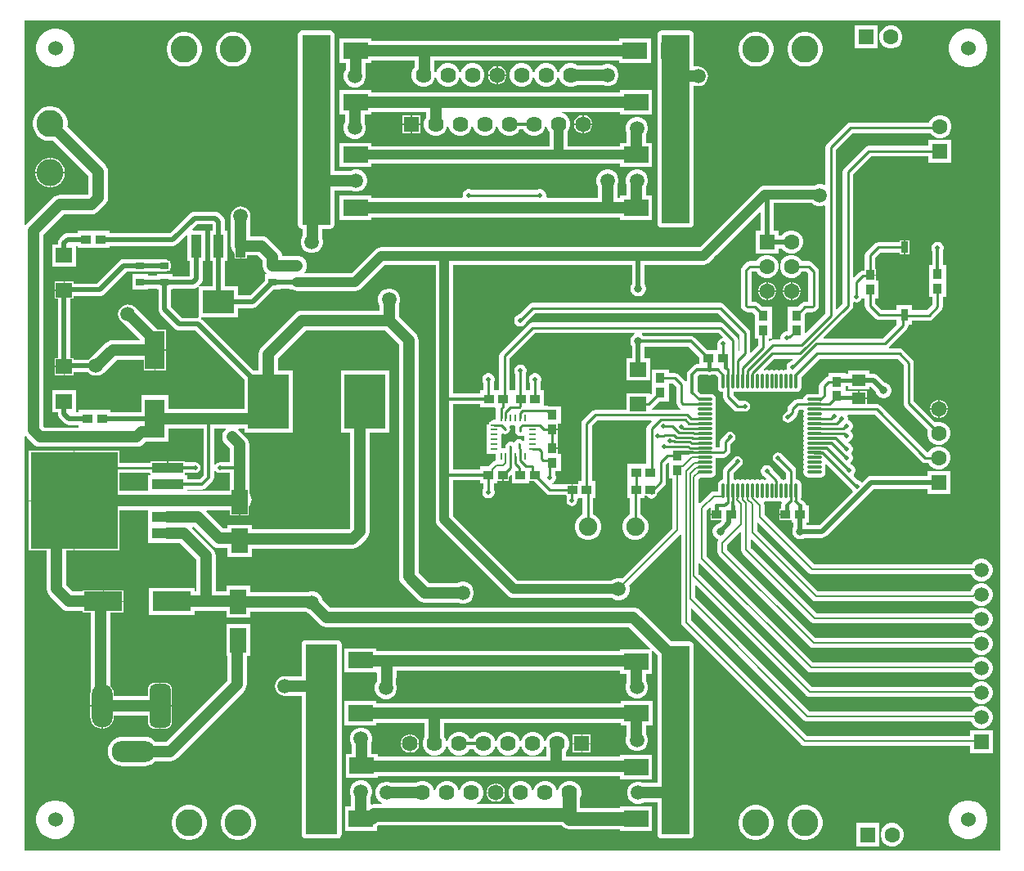
<source format=gtl>
G04*
G04 #@! TF.GenerationSoftware,Altium Limited,Altium Designer,24.1.2 (44)*
G04*
G04 Layer_Physical_Order=1*
G04 Layer_Color=255*
%FSLAX44Y44*%
%MOMM*%
G71*
G04*
G04 #@! TF.SameCoordinates,698A4BB8-AFC2-4E79-BE2A-6700BE31F3AB*
G04*
G04*
G04 #@! TF.FilePolarity,Positive*
G04*
G01*
G75*
%ADD11C,0.2000*%
%ADD13C,0.2500*%
%ADD17R,2.0000X4.0000*%
%ADD18R,4.0000X2.0000*%
%ADD19R,2.5000X1.7000*%
%ADD20R,1.6510X1.5240*%
%ADD21R,1.0000X0.9500*%
%ADD22R,1.4000X1.2000*%
%ADD23R,0.9500X1.0000*%
%ADD24R,0.8000X1.2000*%
%ADD25R,0.8500X0.8000*%
%ADD26R,3.3000X2.4000*%
%ADD27R,1.0000X2.4000*%
G04:AMPARAMS|DCode=28|XSize=1.49mm|YSize=0.28mm|CornerRadius=0.07mm|HoleSize=0mm|Usage=FLASHONLY|Rotation=90.000|XOffset=0mm|YOffset=0mm|HoleType=Round|Shape=RoundedRectangle|*
%AMROUNDEDRECTD28*
21,1,1.4900,0.1400,0,0,90.0*
21,1,1.3500,0.2800,0,0,90.0*
1,1,0.1400,0.0700,0.6750*
1,1,0.1400,0.0700,-0.6750*
1,1,0.1400,-0.0700,-0.6750*
1,1,0.1400,-0.0700,0.6750*
%
%ADD28ROUNDEDRECTD28*%
G04:AMPARAMS|DCode=29|XSize=1.49mm|YSize=0.28mm|CornerRadius=0.07mm|HoleSize=0mm|Usage=FLASHONLY|Rotation=0.000|XOffset=0mm|YOffset=0mm|HoleType=Round|Shape=RoundedRectangle|*
%AMROUNDEDRECTD29*
21,1,1.4900,0.1400,0,0,0.0*
21,1,1.3500,0.2800,0,0,0.0*
1,1,0.1400,0.6750,-0.0700*
1,1,0.1400,-0.6750,-0.0700*
1,1,0.1400,-0.6750,0.0700*
1,1,0.1400,0.6750,0.0700*
%
%ADD29ROUNDEDRECTD29*%
%ADD30R,0.2600X0.7900*%
%ADD31R,0.7900X0.2600*%
%ADD32R,4.2000X5.6000*%
%ADD33R,1.7000X2.5000*%
%ADD34R,9.1000X10.1000*%
%ADD35R,3.2500X1.1000*%
%ADD72C,0.3000*%
%ADD73C,1.0000*%
%ADD74C,0.5000*%
%ADD75C,1.2000*%
%ADD76C,1.4000*%
%ADD77C,0.4000*%
%ADD78R,2.9210X19.5580*%
%ADD79R,3.3020X19.6850*%
%ADD80R,2.9210X19.6850*%
%ADD81C,1.6000*%
%ADD82R,1.6000X1.6000*%
%ADD83C,2.7940*%
%ADD84C,1.5240*%
%ADD85C,1.5200*%
%ADD86R,1.5200X1.5200*%
%ADD87R,1.6200X1.6200*%
%ADD88C,1.6200*%
%ADD89O,2.2000X4.5000*%
%ADD90O,4.5000X2.2000*%
G04:AMPARAMS|DCode=91|XSize=2.2mm|YSize=4.5mm|CornerRadius=0.55mm|HoleSize=0mm|Usage=FLASHONLY|Rotation=0.000|XOffset=0mm|YOffset=0mm|HoleType=Round|Shape=RoundedRectangle|*
%AMROUNDEDRECTD91*
21,1,2.2000,3.4000,0,0,0.0*
21,1,1.1000,4.5000,0,0,0.0*
1,1,1.1000,0.5500,-1.7000*
1,1,1.1000,-0.5500,-1.7000*
1,1,1.1000,-0.5500,1.7000*
1,1,1.1000,0.5500,1.7000*
%
%ADD91ROUNDEDRECTD91*%
%ADD92C,1.9050*%
%ADD93R,1.6000X1.6000*%
%ADD94C,1.5000*%
%ADD95C,0.5000*%
%ADD96C,0.3000*%
%ADD97C,0.8000*%
G36*
X1012000Y2134D02*
X1011866Y2000D01*
X2498D01*
X2245Y430327D01*
X3515Y430759D01*
X4368Y429647D01*
X11397Y422618D01*
X13486Y421015D01*
X15919Y420007D01*
X18529Y419664D01*
X117800D01*
X120411Y420007D01*
X122843Y421015D01*
X124932Y422618D01*
X127218Y424904D01*
X133040D01*
X133695Y424990D01*
X151040D01*
Y438904D01*
X187312D01*
Y390293D01*
X183467Y386448D01*
X170760D01*
Y390340D01*
X168998D01*
X168030Y391070D01*
Y392522D01*
X178950D01*
X181096Y392949D01*
X182915Y394165D01*
X184131Y395984D01*
X184558Y398130D01*
X184131Y400276D01*
X182915Y402095D01*
X181096Y403311D01*
X178950Y403738D01*
X168030D01*
Y404610D01*
X151145D01*
Y397840D01*
X149875D01*
Y404610D01*
X132990D01*
Y403193D01*
X100280D01*
Y415610D01*
X54145D01*
Y363840D01*
Y312070D01*
X100280D01*
Y353754D01*
X130260D01*
Y337340D01*
Y320340D01*
X147314D01*
X147900Y320097D01*
X150510Y319754D01*
X163052D01*
X180051Y302755D01*
Y269786D01*
X178700D01*
Y273700D01*
X130700D01*
Y245700D01*
X178700D01*
Y249614D01*
X210900D01*
Y242880D01*
X235900D01*
Y248819D01*
X293247D01*
X295161Y247714D01*
X296378Y247388D01*
X307708Y236058D01*
X309797Y234455D01*
X312229Y233447D01*
X314840Y233104D01*
X628162D01*
X650123Y211143D01*
X649637Y209970D01*
X618700D01*
Y208191D01*
X366580D01*
Y211240D01*
X333580D01*
Y186240D01*
X366580D01*
X366984Y185137D01*
Y182580D01*
X366765Y180915D01*
Y176531D01*
X365561Y174446D01*
X364777Y171521D01*
Y168493D01*
X365561Y165568D01*
X367075Y162946D01*
X369216Y160805D01*
X371838Y159291D01*
X374763Y158507D01*
X377791D01*
X380716Y159291D01*
X383338Y160805D01*
X385479Y162946D01*
X386993Y165568D01*
X387777Y168493D01*
Y171521D01*
X386993Y174446D01*
X386937Y174543D01*
Y179470D01*
X387156Y181134D01*
Y188019D01*
X618700D01*
Y184970D01*
X625589D01*
Y175507D01*
X625434Y175239D01*
X624650Y172314D01*
Y169286D01*
X625434Y166361D01*
X626948Y163739D01*
X629089Y161598D01*
X631711Y160084D01*
X634636Y159300D01*
X637664D01*
X640589Y160084D01*
X643211Y161598D01*
X645352Y163739D01*
X646866Y166361D01*
X647650Y169286D01*
Y172314D01*
X646866Y175239D01*
X645761Y177153D01*
Y184970D01*
X651700D01*
Y207906D01*
X652873Y208393D01*
X657472Y203794D01*
Y71666D01*
X642950D01*
X641859Y72296D01*
X638934Y73080D01*
X635906D01*
X632981Y72296D01*
X630359Y70782D01*
X628218Y68641D01*
X626704Y66019D01*
X625920Y63094D01*
Y60066D01*
X626704Y57141D01*
X628218Y54519D01*
X630359Y52378D01*
X632981Y50864D01*
X635906Y50080D01*
X638934D01*
X641859Y50864D01*
X642950Y51494D01*
X657472D01*
Y18400D01*
X657782Y16839D01*
X658666Y15516D01*
X659989Y14632D01*
X661550Y14322D01*
X690760D01*
X692321Y14632D01*
X693644Y15516D01*
X694528Y16839D01*
X694838Y18400D01*
Y213980D01*
X694528Y215541D01*
X693644Y216864D01*
X692321Y217748D01*
X690760Y218058D01*
X671736D01*
X639472Y250322D01*
X637383Y251925D01*
X634950Y252933D01*
X632340Y253276D01*
X319018D01*
X310642Y261652D01*
X310316Y262869D01*
X308802Y265491D01*
X306661Y267632D01*
X304039Y269146D01*
X301114Y269930D01*
X298086D01*
X295161Y269146D01*
X294893Y268991D01*
X235900D01*
Y275880D01*
X210900D01*
Y269786D01*
X200224D01*
Y306932D01*
X199880Y309543D01*
X198873Y311976D01*
X197270Y314065D01*
X175754Y335580D01*
X176240Y336754D01*
X177802D01*
X196797Y317759D01*
X198886Y316156D01*
X201319Y315148D01*
X203930Y314804D01*
X212170D01*
Y305750D01*
X237170D01*
Y314384D01*
X342101D01*
X344711Y314727D01*
X347144Y315735D01*
X349233Y317338D01*
X356262Y324367D01*
X357865Y326456D01*
X358873Y328889D01*
X359216Y331499D01*
Y434710D01*
X379680D01*
Y498710D01*
X329680D01*
Y434710D01*
X339044D01*
Y335677D01*
X337923Y334556D01*
X237170D01*
Y338750D01*
X212170D01*
Y334977D01*
X208107D01*
X190504Y352580D01*
X190990Y353754D01*
X214900D01*
Y348480D01*
X224035D01*
Y362250D01*
X225305D01*
Y348480D01*
X234440D01*
Y358158D01*
X235905Y360067D01*
X236913Y362500D01*
X237256Y365110D01*
X236913Y367720D01*
X235905Y370153D01*
X234756Y371650D01*
Y398130D01*
Y422260D01*
X234413Y424870D01*
X233405Y427303D01*
X231802Y429392D01*
X224182Y437012D01*
X223403Y437610D01*
X223834Y438880D01*
X225300D01*
Y438904D01*
X229680D01*
Y434710D01*
X279680D01*
Y498710D01*
X264766D01*
Y511592D01*
X293618Y540444D01*
X375432D01*
X389844Y526032D01*
Y285148D01*
X390187Y282537D01*
X391195Y280105D01*
X392798Y278016D01*
X409356Y261458D01*
X411445Y259855D01*
X413877Y258847D01*
X416488Y258504D01*
X450280D01*
X451371Y257874D01*
X454296Y257090D01*
X457324D01*
X460249Y257874D01*
X462871Y259388D01*
X465012Y261529D01*
X466526Y264151D01*
X467310Y267076D01*
Y270104D01*
X466526Y273029D01*
X465012Y275651D01*
X462871Y277792D01*
X460249Y279306D01*
X457324Y280090D01*
X454296D01*
X451371Y279306D01*
X450280Y278676D01*
X420666D01*
X410016Y289326D01*
Y530210D01*
X409673Y532821D01*
X408665Y535253D01*
X407062Y537342D01*
X389696Y554708D01*
Y566590D01*
X390326Y567681D01*
X391110Y570606D01*
Y573634D01*
X390326Y576559D01*
X388812Y579181D01*
X386671Y581322D01*
X384049Y582836D01*
X381124Y583620D01*
X378096D01*
X375171Y582836D01*
X372549Y581322D01*
X370408Y579181D01*
X368894Y576559D01*
X368110Y573634D01*
Y570606D01*
X368894Y567681D01*
X369524Y566590D01*
Y560616D01*
X289440D01*
X286829Y560273D01*
X284397Y559265D01*
X282308Y557662D01*
X247548Y522902D01*
X245945Y520813D01*
X244937Y518381D01*
X244594Y515770D01*
Y498710D01*
X238952D01*
X186306Y551356D01*
X184948Y552398D01*
X184653Y552520D01*
X184905Y553790D01*
X223580D01*
Y563234D01*
X238210D01*
X239907Y563457D01*
X241488Y564112D01*
X242846Y565154D01*
X259982Y582290D01*
X267210D01*
Y583734D01*
X276110D01*
Y582290D01*
X280156D01*
X282010Y581522D01*
X284360Y581212D01*
X344540D01*
X346889Y581522D01*
X349079Y582429D01*
X350959Y583871D01*
X375260Y608172D01*
X427672D01*
Y468750D01*
Y391250D01*
Y344250D01*
X427982Y341900D01*
X428889Y339711D01*
X430331Y337831D01*
X502181Y265981D01*
X502181Y265981D01*
X504061Y264538D01*
X506250Y263632D01*
X508600Y263322D01*
X609914D01*
X610039Y263198D01*
X612661Y261684D01*
X615586Y260900D01*
X618614D01*
X621539Y261684D01*
X624161Y263198D01*
X626302Y265339D01*
X627816Y267961D01*
X628600Y270886D01*
Y273914D01*
X628013Y276104D01*
X680582Y328672D01*
X681852Y328146D01*
Y238110D01*
X682240Y236159D01*
X683345Y234505D01*
X806535Y111315D01*
X808189Y110210D01*
X810140Y109822D01*
X981100D01*
Y102666D01*
X1004300D01*
Y125865D01*
X981100D01*
Y120018D01*
X812252D01*
X692048Y240222D01*
Y252083D01*
X693221Y252569D01*
X809075Y136715D01*
X810729Y135610D01*
X812680Y135222D01*
X981881D01*
X981890Y135188D01*
X983418Y132543D01*
X985577Y130383D01*
X988223Y128856D01*
X991173Y128066D01*
X994227D01*
X997177Y128856D01*
X999822Y130383D01*
X1001982Y132543D01*
X1003509Y135188D01*
X1004300Y138138D01*
Y141193D01*
X1003509Y144143D01*
X1001982Y146788D01*
X999822Y148948D01*
X997177Y150475D01*
X994227Y151265D01*
X991173D01*
X988223Y150475D01*
X985577Y148948D01*
X983418Y146788D01*
X982627Y145418D01*
X814792D01*
X696048Y264162D01*
Y276023D01*
X697221Y276509D01*
X811615Y162115D01*
X813269Y161010D01*
X815220Y160622D01*
X981881D01*
X981890Y160588D01*
X983418Y157943D01*
X985577Y155783D01*
X988223Y154256D01*
X991173Y153465D01*
X994227D01*
X997177Y154256D01*
X999822Y155783D01*
X1001982Y157943D01*
X1003509Y160588D01*
X1004300Y163538D01*
Y166593D01*
X1003509Y169543D01*
X1001982Y172188D01*
X999822Y174348D01*
X997177Y175875D01*
X994227Y176665D01*
X991173D01*
X988223Y175875D01*
X985577Y174348D01*
X983418Y172188D01*
X982627Y170818D01*
X817332D01*
X700048Y288102D01*
Y298693D01*
X701221Y299179D01*
X812885Y187515D01*
X814539Y186410D01*
X816490Y186022D01*
X981881D01*
X981890Y185988D01*
X983418Y183343D01*
X985577Y181183D01*
X988223Y179656D01*
X991173Y178866D01*
X994227D01*
X997177Y179656D01*
X999822Y181183D01*
X1001982Y183343D01*
X1003509Y185988D01*
X1004300Y188938D01*
Y191993D01*
X1003509Y194943D01*
X1001982Y197588D01*
X999822Y199748D01*
X997177Y201275D01*
X994227Y202065D01*
X991173D01*
X988223Y201275D01*
X985577Y199748D01*
X983418Y197588D01*
X982627Y196218D01*
X818602D01*
X708558Y306262D01*
Y354108D01*
X710833Y356384D01*
X712395Y356149D01*
X712550Y355890D01*
Y350505D01*
X718820D01*
Y349235D01*
X712550D01*
Y343850D01*
X718330D01*
X718820Y343752D01*
X719310Y343850D01*
X723202D01*
X723728Y342580D01*
X721158Y340010D01*
X719422Y339545D01*
X717598Y338492D01*
X716108Y337002D01*
X715055Y335178D01*
X714510Y333143D01*
Y331037D01*
X715055Y329002D01*
X716108Y327178D01*
X717598Y325688D01*
X719422Y324635D01*
X719963Y324490D01*
X720513Y323028D01*
X720022Y322293D01*
X719634Y320342D01*
Y310818D01*
X720022Y308867D01*
X721127Y307213D01*
X815425Y212915D01*
X817079Y211810D01*
X819030Y211422D01*
X981881D01*
X981890Y211388D01*
X983418Y208743D01*
X985577Y206583D01*
X988223Y205056D01*
X991173Y204265D01*
X994227D01*
X997177Y205056D01*
X999822Y206583D01*
X1001982Y208743D01*
X1003509Y211388D01*
X1004300Y214338D01*
Y217393D01*
X1003509Y220343D01*
X1001982Y222988D01*
X999822Y225148D01*
X997177Y226675D01*
X994227Y227465D01*
X991173D01*
X988223Y226675D01*
X985577Y225148D01*
X983418Y222988D01*
X982627Y221618D01*
X821142D01*
X729830Y312930D01*
Y318230D01*
X742909Y331309D01*
X744082Y330823D01*
Y313040D01*
X744470Y311089D01*
X745575Y309435D01*
X816695Y238315D01*
X818349Y237210D01*
X820300Y236822D01*
X981881D01*
X981890Y236788D01*
X983418Y234143D01*
X985577Y231983D01*
X988223Y230456D01*
X991173Y229666D01*
X994227D01*
X997177Y230456D01*
X999822Y231983D01*
X1001982Y234143D01*
X1003509Y236788D01*
X1004300Y239738D01*
Y242793D01*
X1003509Y245743D01*
X1001982Y248388D01*
X999822Y250548D01*
X997177Y252075D01*
X994227Y252865D01*
X991173D01*
X988223Y252075D01*
X985577Y250548D01*
X983418Y248388D01*
X982627Y247018D01*
X822412D01*
X754278Y315152D01*
Y323203D01*
X755451Y323689D01*
X817965Y261175D01*
X819619Y260070D01*
X821570Y259682D01*
X983337D01*
X983418Y259543D01*
X985577Y257383D01*
X988223Y255856D01*
X991173Y255065D01*
X994227D01*
X997177Y255856D01*
X999822Y257383D01*
X1001982Y259543D01*
X1003509Y262188D01*
X1004300Y265138D01*
Y268193D01*
X1003509Y271143D01*
X1001982Y273788D01*
X999822Y275948D01*
X997177Y277475D01*
X994227Y278265D01*
X991173D01*
X988223Y277475D01*
X985577Y275948D01*
X983418Y273788D01*
X981890Y271143D01*
X981552Y269878D01*
X823682D01*
X760628Y332932D01*
Y340983D01*
X761801Y341469D01*
X814155Y289115D01*
X815809Y288010D01*
X817760Y287622D01*
X981881D01*
X981890Y287588D01*
X983418Y284943D01*
X985577Y282783D01*
X988223Y281256D01*
X991173Y280466D01*
X994227D01*
X997177Y281256D01*
X999822Y282783D01*
X1001982Y284943D01*
X1003509Y287588D01*
X1004300Y290538D01*
Y293593D01*
X1003509Y296543D01*
X1001982Y299188D01*
X999822Y301348D01*
X997177Y302875D01*
X994227Y303665D01*
X991173D01*
X988223Y302875D01*
X985577Y301348D01*
X983418Y299188D01*
X982627Y297818D01*
X819872D01*
X768248Y349442D01*
Y359267D01*
X767860Y361218D01*
X767450Y361832D01*
X768035Y363243D01*
X768150Y363266D01*
X769950Y362908D01*
X771350D01*
X773150Y363266D01*
X774950Y362908D01*
X776350D01*
X778150Y363266D01*
X779950Y362908D01*
X781350D01*
X783150Y363266D01*
X784950Y362908D01*
X785348D01*
X786027Y361638D01*
X785668Y361101D01*
X785202Y358760D01*
Y355890D01*
X783670D01*
Y350505D01*
X789940D01*
Y349235D01*
X783670D01*
Y343850D01*
X789450D01*
X789940Y343752D01*
X790430Y343850D01*
X795940D01*
Y341120D01*
X798444D01*
Y336631D01*
X797605Y335178D01*
X797060Y333143D01*
Y331037D01*
X797605Y329002D01*
X798658Y327178D01*
X800148Y325688D01*
X801972Y324635D01*
X804007Y324090D01*
X806113D01*
X808148Y324635D01*
X809705Y325534D01*
X827920D01*
X829617Y325757D01*
X831198Y326412D01*
X832556Y327454D01*
X881436Y376334D01*
X936570D01*
Y370890D01*
X960570D01*
Y394890D01*
X936570D01*
Y389446D01*
X878720D01*
X877023Y389223D01*
X875442Y388568D01*
X874084Y387526D01*
X869155Y382597D01*
X868236Y383516D01*
X866754Y384372D01*
X865101Y384815D01*
X865005D01*
X860452Y389368D01*
X860539Y391077D01*
X861061Y391599D01*
X861917Y393081D01*
X862360Y394734D01*
Y396446D01*
X861917Y398099D01*
X861061Y399581D01*
X859851Y400791D01*
X858369Y401647D01*
X857676Y401833D01*
X857277Y402826D01*
X857311Y403089D01*
X858521Y404299D01*
X859377Y405781D01*
X859820Y407434D01*
Y409146D01*
X859377Y410799D01*
X858521Y412281D01*
X858067Y412735D01*
X858521Y413189D01*
X859377Y414671D01*
X859820Y416324D01*
Y418036D01*
X859377Y419689D01*
X858521Y421171D01*
X857311Y422381D01*
X855829Y423237D01*
X854961Y423470D01*
X854901Y423530D01*
X855281Y424946D01*
X855829Y425093D01*
X857311Y425949D01*
X858521Y427159D01*
X859377Y428641D01*
X859820Y430294D01*
Y432006D01*
X859377Y433659D01*
X858521Y435141D01*
X857432Y436230D01*
X858521Y437319D01*
X859377Y438801D01*
X859820Y440454D01*
Y442166D01*
X859377Y443819D01*
X858521Y445301D01*
X857311Y446511D01*
X855829Y447367D01*
X854636Y447687D01*
X854740Y448074D01*
Y449786D01*
X854297Y451439D01*
X853957Y452027D01*
X854691Y453297D01*
X882023D01*
X930815Y404505D01*
X932552Y403345D01*
X934600Y402937D01*
X937804D01*
X938968Y400922D01*
X941202Y398688D01*
X943938Y397108D01*
X946990Y396290D01*
X950150D01*
X953202Y397108D01*
X955938Y398688D01*
X958172Y400922D01*
X959752Y403658D01*
X960570Y406710D01*
Y409870D01*
X959752Y412922D01*
X958172Y415658D01*
X955938Y417892D01*
X953202Y419472D01*
X950150Y420290D01*
X946990D01*
X943938Y419472D01*
X941202Y417892D01*
X938968Y415658D01*
X937969Y413928D01*
X936644Y413817D01*
X888025Y462435D01*
X886289Y463595D01*
X884240Y464003D01*
X874256D01*
Y469231D01*
X865986D01*
Y469866D01*
X865351D01*
Y477136D01*
X863785D01*
X863446Y477203D01*
X852838D01*
X851910Y478030D01*
Y482748D01*
X854986D01*
Y478866D01*
X876986D01*
Y481640D01*
X878256Y482032D01*
X883500Y476788D01*
X883965Y475052D01*
X885018Y473228D01*
X886508Y471738D01*
X888332Y470685D01*
X890367Y470140D01*
X892473D01*
X894508Y470685D01*
X896332Y471738D01*
X897822Y473228D01*
X898875Y475052D01*
X899420Y477087D01*
Y479193D01*
X898875Y481228D01*
X897822Y483052D01*
X896332Y484542D01*
X894508Y485595D01*
X892772Y486060D01*
X885330Y493502D01*
X883972Y494544D01*
X882391Y495199D01*
X880694Y495422D01*
X876986D01*
Y498866D01*
X854986D01*
Y494983D01*
X851910D01*
Y496030D01*
X834410D01*
Y492372D01*
X832416Y491975D01*
X830679Y490815D01*
X826137Y486273D01*
X824977Y484536D01*
X824569Y482488D01*
Y475060D01*
X823652Y474142D01*
X813100D01*
X811266Y473777D01*
X809712Y472738D01*
X808673Y471184D01*
X808308Y469350D01*
Y469003D01*
X802000D01*
X799952Y468595D01*
X798215Y467435D01*
X793634Y462854D01*
X792474Y461118D01*
X792066Y459069D01*
Y457476D01*
X788575Y453985D01*
X787415Y452248D01*
X787007Y450200D01*
X787415Y448152D01*
X788575Y446415D01*
X790312Y445255D01*
X792360Y444847D01*
X794408Y445255D01*
X796145Y446415D01*
X801204Y451474D01*
X802365Y453211D01*
X802772Y455259D01*
Y456852D01*
X804217Y458297D01*
X808308D01*
Y457950D01*
X808666Y456150D01*
X808308Y454350D01*
Y452950D01*
X808666Y451150D01*
X808308Y449350D01*
Y447950D01*
X808666Y446150D01*
X808308Y444350D01*
Y442950D01*
X808666Y441150D01*
X808308Y439350D01*
Y437950D01*
X808666Y436150D01*
X808308Y434350D01*
Y432950D01*
X808666Y431150D01*
X808308Y429350D01*
Y427950D01*
X808666Y426150D01*
X808308Y424350D01*
Y422950D01*
X808666Y421150D01*
X808308Y419350D01*
Y417950D01*
X808666Y416150D01*
X808308Y414350D01*
Y412950D01*
X808666Y411150D01*
X808308Y409350D01*
Y407950D01*
X808666Y406150D01*
X808308Y404350D01*
Y402950D01*
X808666Y401150D01*
X808308Y399350D01*
Y397950D01*
X808666Y396150D01*
X808308Y394350D01*
Y392950D01*
X808673Y391116D01*
X809712Y389562D01*
X811266Y388523D01*
X813100Y388158D01*
X826600D01*
X828434Y388523D01*
X829988Y389562D01*
X831027Y391116D01*
X831392Y392950D01*
Y394350D01*
X831034Y396150D01*
X831392Y397950D01*
Y399350D01*
X831034Y401150D01*
X831066Y401309D01*
X832281Y401678D01*
X858236Y375723D01*
X859044Y374324D01*
X859963Y373405D01*
X825204Y338646D01*
X811556D01*
Y341120D01*
X813940D01*
Y358620D01*
X811178D01*
Y358760D01*
X810712Y361101D01*
X809386Y363086D01*
X807401Y364412D01*
X807323Y364427D01*
X806003Y365748D01*
Y367000D01*
X806142Y367700D01*
Y381200D01*
X805777Y383034D01*
X804738Y384589D01*
X803184Y385627D01*
X801350Y385992D01*
X801003D01*
Y394840D01*
X800595Y396888D01*
X799435Y398625D01*
X785985Y412075D01*
X784248Y413235D01*
X782200Y413643D01*
X780152Y413235D01*
X778415Y412075D01*
X777255Y410338D01*
X776847Y408290D01*
X777255Y406242D01*
X778415Y404505D01*
X790297Y392623D01*
Y385992D01*
X789950D01*
X788150Y385634D01*
X786350Y385992D01*
X785694D01*
X785595Y386488D01*
X784435Y388225D01*
X777192Y395468D01*
X776827Y396829D01*
X775971Y398311D01*
X774761Y399521D01*
X773279Y400377D01*
X771626Y400820D01*
X769914D01*
X768261Y400377D01*
X766779Y399521D01*
X765569Y398311D01*
X764713Y396829D01*
X764270Y395176D01*
Y393464D01*
X764713Y391811D01*
X765569Y390329D01*
X766779Y389119D01*
X768261Y388263D01*
X769622Y387898D01*
X770258Y387262D01*
X770066Y386471D01*
X769768Y385956D01*
X768150Y385634D01*
X766350Y385992D01*
X764950D01*
X763150Y385634D01*
X761350Y385992D01*
X759950D01*
X758150Y385634D01*
X756350Y385992D01*
X754950D01*
X753150Y385634D01*
X751350Y385992D01*
X749950D01*
X748150Y385634D01*
X746350Y385992D01*
X744950D01*
X743150Y385634D01*
X741350Y385992D01*
X739950D01*
X738150Y385634D01*
X736350Y385992D01*
X736003D01*
Y392623D01*
X744075Y400695D01*
X745235Y402432D01*
X745643Y404480D01*
X745235Y406528D01*
X744075Y408265D01*
X742338Y409425D01*
X740290Y409833D01*
X738242Y409425D01*
X736505Y408265D01*
X726865Y398625D01*
X725705Y396888D01*
X725297Y394840D01*
Y385992D01*
X724950D01*
X723116Y385627D01*
X721562Y384589D01*
X720523Y383034D01*
X720158Y381200D01*
Y373798D01*
X715940D01*
X713989Y373410D01*
X712335Y372305D01*
X701221Y361191D01*
X700048Y361677D01*
Y386088D01*
X702117Y388158D01*
X713200D01*
X715034Y388523D01*
X716589Y389562D01*
X717627Y391116D01*
X717992Y392950D01*
Y394350D01*
X717634Y396150D01*
X717992Y397950D01*
Y399350D01*
X717634Y401150D01*
X717992Y402950D01*
Y404350D01*
X717634Y406150D01*
X717992Y407950D01*
Y408297D01*
X725330D01*
X727378Y408705D01*
X729115Y409865D01*
X731375Y412125D01*
X732535Y413862D01*
X732943Y415910D01*
Y422583D01*
X736455Y426095D01*
X737615Y427832D01*
X738023Y429880D01*
X737615Y431928D01*
X736455Y433665D01*
X734718Y434825D01*
X732670Y435233D01*
X730622Y434825D01*
X728885Y433665D01*
X723805Y428585D01*
X722645Y426848D01*
X722237Y424800D01*
Y419003D01*
X717992D01*
Y419350D01*
X717634Y421150D01*
X717992Y422950D01*
Y424350D01*
X717634Y426150D01*
X717992Y427950D01*
Y429350D01*
X717634Y431150D01*
X717992Y432950D01*
Y434350D01*
X717634Y436150D01*
X717992Y437950D01*
Y439350D01*
X717634Y441150D01*
X717992Y442950D01*
Y444350D01*
X717634Y446150D01*
X717992Y447950D01*
Y449350D01*
X717634Y451150D01*
X717992Y452950D01*
Y454350D01*
X717634Y456150D01*
X717992Y457950D01*
Y459350D01*
X717634Y461150D01*
X717992Y462950D01*
Y464350D01*
X717634Y466150D01*
X717992Y467950D01*
Y469350D01*
X717627Y471184D01*
X716589Y472738D01*
X715034Y473777D01*
X713200Y474142D01*
X702478D01*
X698908Y477712D01*
Y492327D01*
X700703Y494122D01*
X708673D01*
X708739Y494078D01*
X711080Y493612D01*
X713421Y494078D01*
X713487Y494122D01*
X717858D01*
X720158Y491822D01*
Y481100D01*
X720523Y479266D01*
X721562Y477711D01*
X723116Y476673D01*
X724950Y476308D01*
X725297Y475038D01*
X725297Y471270D01*
X725705Y469222D01*
X726865Y467485D01*
X736505Y457845D01*
X738242Y456685D01*
X740290Y456277D01*
X747910D01*
X749958Y456685D01*
X751695Y457845D01*
X752855Y459582D01*
X753263Y461630D01*
X752855Y463678D01*
X751695Y465415D01*
X749958Y466575D01*
X747910Y466983D01*
X742507D01*
X736003Y473487D01*
X736003Y476097D01*
X736350Y476308D01*
X738150Y476666D01*
X739950Y476308D01*
X741350D01*
X743150Y476666D01*
X744950Y476308D01*
X746350D01*
X748150Y476666D01*
X749950Y476308D01*
X751350D01*
X753150Y476666D01*
X754950Y476308D01*
X756350D01*
X758150Y476666D01*
X759950Y476308D01*
X761350D01*
X763150Y476666D01*
X764950Y476308D01*
X766350D01*
X768150Y476666D01*
X769950Y476308D01*
X771350D01*
X773150Y476666D01*
X774950Y476308D01*
X776350D01*
X778150Y476666D01*
X779950Y476308D01*
X781350D01*
X783150Y476666D01*
X784950Y476308D01*
X786350D01*
X788150Y476666D01*
X789950Y476308D01*
X791350D01*
X793150Y476666D01*
X794950Y476308D01*
X796350D01*
X798150Y476666D01*
X799950Y476308D01*
X801350D01*
X803184Y476673D01*
X804738Y477711D01*
X805777Y479266D01*
X806142Y481100D01*
Y487946D01*
X806153Y488000D01*
Y491983D01*
X825057Y510887D01*
X905518D01*
X911983Y504422D01*
Y464924D01*
X912391Y462875D01*
X913551Y461139D01*
X937172Y437518D01*
X936570Y435270D01*
Y432110D01*
X937388Y429058D01*
X938968Y426322D01*
X941202Y424088D01*
X943938Y422508D01*
X946990Y421690D01*
X950150D01*
X953202Y422508D01*
X955938Y424088D01*
X958172Y426322D01*
X959752Y429058D01*
X960570Y432110D01*
Y435270D01*
X959752Y438322D01*
X958172Y441058D01*
X955938Y443292D01*
X953202Y444872D01*
X950150Y445690D01*
X946990D01*
X944742Y445088D01*
X922689Y467141D01*
Y506639D01*
X922281Y508688D01*
X921121Y510424D01*
X911520Y520025D01*
X909784Y521185D01*
X907736Y521593D01*
X897073D01*
X896723Y522863D01*
X915525Y541665D01*
X916685Y543402D01*
X917093Y545450D01*
Y546170D01*
X921010D01*
Y550257D01*
X938410D01*
X940458Y550665D01*
X942195Y551825D01*
X951085Y560715D01*
X952245Y562452D01*
X952653Y564500D01*
Y574670D01*
X956050D01*
Y589670D01*
Y607670D01*
X952908D01*
Y622173D01*
X953357Y622951D01*
X953800Y624604D01*
Y626316D01*
X953357Y627969D01*
X952501Y629451D01*
X951291Y630661D01*
X949809Y631517D01*
X948156Y631960D01*
X946444D01*
X944791Y631517D01*
X943309Y630661D01*
X942099Y629451D01*
X941243Y627969D01*
X940800Y626316D01*
Y624604D01*
X941243Y622951D01*
X941692Y622173D01*
Y607670D01*
X938550D01*
Y589670D01*
Y574670D01*
X941947D01*
Y566717D01*
X936193Y560963D01*
X921010D01*
Y566170D01*
X905010D01*
Y561523D01*
X889267D01*
X882803Y567987D01*
Y573400D01*
X886200D01*
Y591400D01*
X883470D01*
Y596765D01*
X877450D01*
Y598035D01*
X883470D01*
Y603670D01*
X882803D01*
Y615623D01*
X887997Y620817D01*
X907740D01*
Y618900D01*
X912375D01*
Y626170D01*
Y633440D01*
X907740D01*
Y631523D01*
X885780D01*
X883732Y631115D01*
X881995Y629955D01*
X873665Y621625D01*
X872505Y619888D01*
X872097Y617840D01*
Y603670D01*
X871430D01*
Y602187D01*
X870415D01*
X868366Y601780D01*
X866629Y600620D01*
X861116Y595106D01*
X859943Y595592D01*
Y701983D01*
X878397Y720437D01*
X937840D01*
Y713790D01*
X961840D01*
Y737790D01*
X937840D01*
Y731143D01*
X876180D01*
X874132Y730735D01*
X872395Y729575D01*
X850805Y707985D01*
X849645Y706248D01*
X849237Y704200D01*
Y568001D01*
X843336Y562100D01*
X842163Y562586D01*
Y727383D01*
X859347Y744567D01*
X939807D01*
X940238Y743822D01*
X942472Y741588D01*
X945208Y740008D01*
X948260Y739190D01*
X951420D01*
X954472Y740008D01*
X957208Y741588D01*
X959442Y743822D01*
X961022Y746558D01*
X961840Y749610D01*
Y752770D01*
X961022Y755822D01*
X959442Y758558D01*
X957208Y760792D01*
X954472Y762372D01*
X951420Y763190D01*
X948260D01*
X945208Y762372D01*
X942472Y760792D01*
X940238Y758558D01*
X938658Y755822D01*
X938511Y755273D01*
X857130D01*
X855082Y754865D01*
X853345Y753705D01*
X833025Y733385D01*
X831865Y731648D01*
X831457Y729600D01*
Y691110D01*
X830357Y690475D01*
X829819Y690786D01*
X826894Y691570D01*
X823866D01*
X820941Y690786D01*
X819714Y690078D01*
X768750D01*
X766401Y689768D01*
X764211Y688861D01*
X762331Y687419D01*
X705456Y630544D01*
X704560Y629375D01*
X703391Y628479D01*
X701240Y626328D01*
X371500D01*
X371500Y626328D01*
X369151Y626018D01*
X366961Y625111D01*
X365081Y623669D01*
X340780Y599368D01*
X292470D01*
X291860Y600638D01*
X293095Y602247D01*
X294103Y604679D01*
X294446Y607290D01*
X294103Y609901D01*
X293095Y612333D01*
X291492Y614422D01*
X289403Y616025D01*
X286971Y617033D01*
X284360Y617376D01*
X268885D01*
X268703Y618760D01*
X267695Y621193D01*
X266092Y623282D01*
X254452Y634922D01*
X252363Y636525D01*
X249930Y637533D01*
X247320Y637876D01*
X236096D01*
Y658410D01*
X235753Y661021D01*
X234745Y663453D01*
X233142Y665542D01*
X233072Y665612D01*
X230983Y667215D01*
X228550Y668223D01*
X225940Y668566D01*
X223330Y668223D01*
X220897Y667215D01*
X218808Y665612D01*
X217205Y663523D01*
X216197Y661090D01*
X215854Y658480D01*
X215924Y657948D01*
Y627860D01*
X216267Y625249D01*
X217275Y622817D01*
X218878Y620728D01*
X218948Y620658D01*
X219810Y619996D01*
Y614520D01*
X225445D01*
Y627790D01*
X226715D01*
Y614520D01*
X232350D01*
Y617704D01*
X243142D01*
X248874Y611972D01*
Y607290D01*
X249217Y604679D01*
X250225Y602247D01*
X251828Y600158D01*
X252607Y599560D01*
X252176Y598290D01*
X250710D01*
Y591562D01*
X235494Y576346D01*
X223580D01*
Y585790D01*
X209636D01*
Y611790D01*
X212080D01*
Y643790D01*
X209636D01*
Y652991D01*
X209413Y654688D01*
X208758Y656269D01*
X207716Y657627D01*
X204207Y661136D01*
X202849Y662178D01*
X201268Y662833D01*
X199571Y663056D01*
X178000D01*
X176303Y662833D01*
X174722Y662178D01*
X173364Y661136D01*
X153134Y640906D01*
X90040D01*
Y643100D01*
X57040D01*
Y640906D01*
X46870D01*
X45173Y640683D01*
X43592Y640028D01*
X42234Y638986D01*
X38424Y635176D01*
X37382Y633818D01*
X36727Y632237D01*
X36504Y630540D01*
Y629460D01*
X30805D01*
Y606220D01*
X55315D01*
Y627794D01*
X57040D01*
Y625600D01*
X90040D01*
Y627794D01*
X155850D01*
X157547Y628017D01*
X159128Y628672D01*
X160486Y629714D01*
X169907Y639135D01*
X171080Y638649D01*
Y611790D01*
X173524D01*
Y596456D01*
X155450D01*
Y598290D01*
X138950D01*
Y596846D01*
X130050D01*
Y598290D01*
X113550D01*
Y582290D01*
X130050D01*
Y583734D01*
X138950D01*
Y582290D01*
X140644D01*
Y561960D01*
X140867Y560263D01*
X141522Y558682D01*
X142564Y557324D01*
X157804Y542084D01*
X159162Y541042D01*
X160743Y540387D01*
X162440Y540164D01*
X178954D01*
X229680Y489438D01*
Y459076D01*
X151040D01*
Y472990D01*
X123040D01*
Y455486D01*
X91310D01*
Y457680D01*
X58310D01*
Y455486D01*
X55315D01*
Y478330D01*
X30805D01*
Y455090D01*
X36504D01*
Y454010D01*
X36727Y452313D01*
X37382Y450732D01*
X38424Y449374D01*
X43504Y444294D01*
X44862Y443252D01*
X46443Y442597D01*
X48140Y442374D01*
X58310D01*
Y440180D01*
X57182Y439836D01*
X22707D01*
X21586Y440957D01*
Y639572D01*
X42428Y660414D01*
X71471D01*
X74081Y660757D01*
X76514Y661765D01*
X78603Y663368D01*
X85632Y670397D01*
X87235Y672486D01*
X88243Y674919D01*
X88586Y677529D01*
Y704550D01*
X88243Y707160D01*
X87235Y709593D01*
X85632Y711682D01*
X46399Y750915D01*
X46720Y752530D01*
Y756070D01*
X46029Y759542D01*
X44675Y762812D01*
X42708Y765755D01*
X40205Y768258D01*
X37262Y770225D01*
X33992Y771579D01*
X30520Y772270D01*
X26980D01*
X23508Y771579D01*
X20238Y770225D01*
X17295Y768258D01*
X14792Y765755D01*
X12825Y762812D01*
X11471Y759542D01*
X10780Y756070D01*
Y752530D01*
X11471Y749058D01*
X12825Y745788D01*
X14792Y742845D01*
X17295Y740342D01*
X20238Y738375D01*
X23508Y737021D01*
X26980Y736330D01*
X30520D01*
X32135Y736651D01*
X68414Y700372D01*
Y681707D01*
X67293Y680586D01*
X38250D01*
X35640Y680243D01*
X33207Y679235D01*
X31118Y677632D01*
X4368Y650882D01*
X3386Y649603D01*
X2116Y650033D01*
X2039Y780248D01*
Y860750D01*
X1012000D01*
Y2134D01*
D02*
G37*
G36*
X818319Y670868D02*
X820941Y669354D01*
X823866Y668570D01*
X826894D01*
X829819Y669354D01*
X830357Y669665D01*
X831457Y669030D01*
Y557827D01*
X811173Y537543D01*
X810000Y538029D01*
Y546490D01*
Y556920D01*
X812227Y559147D01*
X817566D01*
X819614Y559555D01*
X821350Y560715D01*
X822815Y562179D01*
X823975Y563916D01*
X824383Y565965D01*
Y601330D01*
X823975Y603378D01*
X822815Y605115D01*
X817735Y610195D01*
X815998Y611355D01*
X813950Y611763D01*
X806936D01*
X805772Y613778D01*
X803538Y616012D01*
X800802Y617592D01*
X797750Y618410D01*
X794590D01*
X791538Y617592D01*
X788802Y616012D01*
X786568Y613778D01*
X784988Y611042D01*
X784170Y607990D01*
Y604830D01*
X784988Y601778D01*
X786568Y599042D01*
X788802Y596808D01*
X791538Y595228D01*
X794590Y594410D01*
X797750D01*
X800802Y595228D01*
X803538Y596808D01*
X805772Y599042D01*
X806936Y601057D01*
X811733D01*
X813677Y599113D01*
Y569853D01*
X810010D01*
X807962Y569445D01*
X806225Y568285D01*
X802430Y564490D01*
X792500D01*
Y546490D01*
Y539675D01*
X791946Y539250D01*
X790234D01*
X788581Y538807D01*
X787099Y537951D01*
X785889Y536741D01*
X785033Y535259D01*
X784590Y533606D01*
Y531894D01*
X784698Y531490D01*
X783925Y530483D01*
X777120D01*
X775072Y530075D01*
X773583Y529081D01*
X772313Y529497D01*
Y531490D01*
X775710D01*
Y546490D01*
Y564490D01*
X765530D01*
X761735Y568285D01*
X759998Y569445D01*
X757950Y569853D01*
X754533D01*
Y600383D01*
X755207Y601057D01*
X760004D01*
X761168Y599042D01*
X763402Y596808D01*
X766138Y595228D01*
X769190Y594410D01*
X772350D01*
X775402Y595228D01*
X778138Y596808D01*
X780372Y599042D01*
X781952Y601778D01*
X782770Y604830D01*
Y607990D01*
X781952Y611042D01*
X780372Y613778D01*
X778138Y616012D01*
X775402Y617592D01*
X772350Y618410D01*
X769190D01*
X766138Y617592D01*
X763402Y616012D01*
X761168Y613778D01*
X760004Y611763D01*
X752990D01*
X750942Y611355D01*
X749205Y610195D01*
X745395Y606385D01*
X744235Y604648D01*
X743827Y602600D01*
Y565965D01*
X744235Y563916D01*
X745395Y562179D01*
X746860Y560715D01*
X748596Y559555D01*
X750645Y559147D01*
X755733D01*
X758210Y556670D01*
Y546490D01*
Y531490D01*
X761607D01*
Y524807D01*
X754436Y517636D01*
X753263Y518122D01*
Y537830D01*
X752855Y539878D01*
X751695Y541615D01*
X726295Y567015D01*
X724558Y568175D01*
X722510Y568583D01*
X528200D01*
X526152Y568175D01*
X524415Y567015D01*
X514352Y556951D01*
X512991Y556587D01*
X511509Y555731D01*
X510299Y554521D01*
X509443Y553039D01*
X509000Y551386D01*
Y549674D01*
X509443Y548021D01*
X510299Y546539D01*
X511509Y545329D01*
X512991Y544473D01*
X514644Y544030D01*
X516356D01*
X518009Y544473D01*
X519491Y545329D01*
X520701Y546539D01*
X521557Y548021D01*
X521922Y549381D01*
X530417Y557877D01*
X720293D01*
X742557Y535613D01*
Y519293D01*
X742273Y519101D01*
X741003Y519777D01*
Y529770D01*
X740595Y531818D01*
X739435Y533555D01*
X726295Y546695D01*
X724558Y547855D01*
X722510Y548263D01*
X528200D01*
X526152Y547855D01*
X524415Y546695D01*
X495205Y517485D01*
X494045Y515748D01*
X493637Y513700D01*
Y478000D01*
X487833D01*
Y485841D01*
X488537Y487061D01*
X488980Y488714D01*
Y490426D01*
X488537Y492079D01*
X487681Y493561D01*
X486471Y494771D01*
X484989Y495627D01*
X483336Y496070D01*
X481624D01*
X479971Y495627D01*
X478489Y494771D01*
X477279Y493561D01*
X476423Y492079D01*
X475980Y490426D01*
Y488714D01*
X476423Y487061D01*
X477127Y485841D01*
Y478000D01*
X473720D01*
Y474858D01*
X445828D01*
Y608172D01*
X630864D01*
Y588195D01*
X629965Y586638D01*
X629420Y584603D01*
Y582497D01*
X629965Y580462D01*
X631018Y578638D01*
X632508Y577148D01*
X634332Y576095D01*
X636367Y575550D01*
X638473D01*
X640508Y576095D01*
X642332Y577148D01*
X643822Y578638D01*
X644875Y580462D01*
X645420Y582497D01*
Y584603D01*
X644875Y586638D01*
X643976Y588195D01*
Y608172D01*
X705000D01*
X707349Y608482D01*
X709539Y609389D01*
X711419Y610831D01*
X716229Y615641D01*
X717125Y616810D01*
X718294Y617706D01*
X763041Y662453D01*
X764214Y661967D01*
Y643810D01*
X758770D01*
Y619810D01*
X782770D01*
Y625254D01*
X786099D01*
X786568Y624442D01*
X788802Y622208D01*
X791538Y620628D01*
X794590Y619810D01*
X797750D01*
X800802Y620628D01*
X803538Y622208D01*
X805772Y624442D01*
X807352Y627178D01*
X808170Y630230D01*
Y633390D01*
X807352Y636442D01*
X805772Y639178D01*
X803538Y641412D01*
X800802Y642992D01*
X797750Y643810D01*
X794590D01*
X791538Y642992D01*
X788802Y641412D01*
X786568Y639178D01*
X786099Y638366D01*
X782770D01*
Y643810D01*
X777326D01*
Y671922D01*
X817264D01*
X818319Y670868D01*
D02*
G37*
G36*
X196524Y643790D02*
X194080D01*
Y611790D01*
X196524D01*
Y585790D01*
X183368D01*
X182842Y587060D01*
X184716Y588934D01*
X185758Y590292D01*
X186413Y591873D01*
X186636Y593570D01*
Y611790D01*
X189080D01*
Y643790D01*
X176221D01*
X175735Y644963D01*
X180716Y649944D01*
X196524D01*
Y643790D01*
D02*
G37*
G36*
X872097Y565770D02*
X872505Y563722D01*
X873665Y561985D01*
X883265Y552385D01*
X885002Y551225D01*
X887050Y550817D01*
X905010D01*
Y546290D01*
X890473Y531753D01*
X829788D01*
X829302Y532926D01*
X858375Y561999D01*
X859535Y563736D01*
X859943Y565784D01*
Y569362D01*
X861063Y569961D01*
X861432Y569715D01*
X863480Y569307D01*
X865528Y569715D01*
X867265Y570875D01*
X868425Y572612D01*
X868426Y572612D01*
X868509Y572960D01*
X868700Y573400D01*
X872097D01*
Y565770D01*
D02*
G37*
G36*
X182580Y585002D02*
Y554437D01*
X181761Y553392D01*
X181523Y553276D01*
X165156D01*
X153756Y564676D01*
Y582290D01*
X155450D01*
Y583344D01*
X176410D01*
X178107Y583567D01*
X179688Y584222D01*
X181046Y585264D01*
X181310Y585528D01*
X182580Y585002D01*
D02*
G37*
G36*
X724864Y532986D02*
X724425Y531629D01*
X723002Y531345D01*
X721265Y530185D01*
X720105Y528448D01*
X719697Y526400D01*
Y520912D01*
X719050Y519910D01*
X708980D01*
X695985Y532905D01*
X694166Y534121D01*
X692020Y534548D01*
X643126D01*
X642332Y535342D01*
X641756Y535674D01*
X641463Y537310D01*
X641668Y537557D01*
X720293D01*
X724864Y532986D01*
D02*
G37*
G36*
X797314Y509714D02*
X796292Y508691D01*
X794931Y508327D01*
X793449Y507471D01*
X792239Y506261D01*
X791383Y504779D01*
X790940Y503126D01*
Y501414D01*
X791142Y500662D01*
X790187Y499392D01*
X789950D01*
X788150Y499034D01*
X786350Y499392D01*
X784950D01*
X783150Y499034D01*
X781350Y499392D01*
X779950D01*
X778150Y499034D01*
X776350Y499392D01*
X774950D01*
X773150Y499034D01*
X771350Y499392D01*
X769950D01*
X768150Y499034D01*
X767985Y499067D01*
X767616Y500282D01*
X778221Y510887D01*
X796828D01*
X797314Y509714D01*
D02*
G37*
G36*
X633377Y537310D02*
X633084Y535674D01*
X632508Y535342D01*
X631018Y533852D01*
X629965Y532028D01*
X629420Y529993D01*
Y527887D01*
X629965Y525852D01*
X630864Y524295D01*
Y511350D01*
X625165D01*
Y488110D01*
X649675D01*
Y511350D01*
X643976D01*
Y523332D01*
X689697D01*
X701050Y511979D01*
Y505338D01*
X698380D01*
X696234Y504911D01*
X694415Y503695D01*
X689335Y498615D01*
X688119Y496796D01*
X687692Y494650D01*
Y487760D01*
X686422Y487374D01*
X686153Y487776D01*
X679425Y494505D01*
X677688Y495665D01*
X675640Y496073D01*
X669030D01*
Y499720D01*
X651530D01*
Y481720D01*
Y474586D01*
X650945Y474127D01*
X649675Y474725D01*
Y475282D01*
X625165D01*
Y457923D01*
X592800D01*
X590752Y457516D01*
X589015Y456355D01*
X580295Y447635D01*
X579135Y445898D01*
X578727Y443850D01*
Y384020D01*
X575080D01*
Y381290D01*
X569715D01*
Y375270D01*
X568445D01*
Y381290D01*
X562810D01*
Y380623D01*
X549382D01*
X548657Y381893D01*
X548707Y382039D01*
X549971Y382769D01*
X551181Y383979D01*
X552037Y385461D01*
X552480Y387114D01*
Y388826D01*
X552037Y390479D01*
X551333Y391699D01*
Y394330D01*
X557270D01*
Y412330D01*
X554540D01*
Y417695D01*
X548520D01*
Y418965D01*
X554540D01*
Y424600D01*
X553873D01*
Y431470D01*
X554540D01*
Y437105D01*
X548520D01*
Y438375D01*
X554540D01*
Y443740D01*
X557270D01*
Y461740D01*
X545537D01*
X545020Y461843D01*
X544784D01*
X543326Y462133D01*
X539740D01*
Y478000D01*
X536093D01*
Y485841D01*
X536797Y487061D01*
X537240Y488714D01*
Y490426D01*
X536797Y492079D01*
X535941Y493561D01*
X534731Y494771D01*
X533249Y495627D01*
X531596Y496070D01*
X529884D01*
X528231Y495627D01*
X526749Y494771D01*
X525539Y493561D01*
X524683Y492079D01*
X524240Y490426D01*
Y488714D01*
X524683Y487061D01*
X525387Y485841D01*
Y478000D01*
X520853D01*
Y494731D01*
X521557Y495951D01*
X522000Y497604D01*
Y499316D01*
X521557Y500969D01*
X520701Y502451D01*
X519491Y503661D01*
X518009Y504517D01*
X516356Y504960D01*
X514644D01*
X512991Y504517D01*
X511509Y503661D01*
X510299Y502451D01*
X509443Y500969D01*
X509000Y499316D01*
Y497604D01*
X509443Y495951D01*
X510147Y494731D01*
Y478000D01*
X506740D01*
Y478000D01*
X506720D01*
Y478000D01*
X504343D01*
Y511483D01*
X530417Y537557D01*
X633172D01*
X633377Y537310D01*
D02*
G37*
G36*
X677016Y481774D02*
Y465265D01*
X677423Y463216D01*
X678584Y461479D01*
X680048Y460015D01*
X681278Y459193D01*
X680892Y457923D01*
X651619D01*
X651234Y459193D01*
X652257Y459877D01*
X659100Y466720D01*
X669030D01*
Y481720D01*
Y485367D01*
X673423D01*
X677016Y481774D01*
D02*
G37*
G36*
X510268Y440648D02*
X510147Y440040D01*
Y436230D01*
X510555Y434182D01*
X511715Y432445D01*
X513452Y431285D01*
X515500Y430877D01*
X517548Y431285D01*
X518360Y431827D01*
X519630Y431148D01*
Y425914D01*
X518360Y425529D01*
X518015Y426045D01*
X516278Y427205D01*
X514230Y427613D01*
X512182Y427205D01*
X510445Y426045D01*
X509285Y424308D01*
X508469Y423970D01*
X507428Y424665D01*
X505380Y425073D01*
X503332Y424665D01*
X501595Y423505D01*
X500435Y421768D01*
X500027Y419720D01*
Y418130D01*
X496130D01*
Y422080D01*
Y432809D01*
X497250Y433408D01*
X497577Y433190D01*
X499625Y432782D01*
X501673Y433190D01*
X503410Y434350D01*
X504570Y436087D01*
X504978Y438135D01*
X504570Y440183D01*
X504352Y440510D01*
X504951Y441630D01*
X509463D01*
X510268Y440648D01*
D02*
G37*
G36*
X208800Y438880D02*
X210266D01*
X210697Y437610D01*
X209918Y437012D01*
X208315Y434923D01*
X207307Y432491D01*
X206964Y429880D01*
X207307Y427270D01*
X208315Y424837D01*
X209918Y422748D01*
X214584Y418082D01*
Y403738D01*
X204350D01*
X202204Y403311D01*
X200385Y402095D01*
X199798Y401217D01*
X198528Y401602D01*
Y438904D01*
X208800D01*
Y438880D01*
D02*
G37*
G36*
X473720Y460500D02*
X489267D01*
X490073Y459518D01*
X490027Y459290D01*
Y449580D01*
X490080Y449314D01*
Y447733D01*
X488180D01*
X486132Y447325D01*
X484395Y446165D01*
X483583Y444950D01*
X482960D01*
Y443048D01*
X482887Y442680D01*
X480230D01*
Y437680D01*
Y427080D01*
Y422080D01*
Y412080D01*
X490080D01*
Y405293D01*
X488458Y404970D01*
X486804Y403865D01*
X482875Y399936D01*
X482424Y399260D01*
X473480D01*
Y396118D01*
X445828D01*
Y463642D01*
X473720D01*
Y460500D01*
D02*
G37*
G36*
X200385Y394165D02*
X202204Y392949D01*
X204350Y392522D01*
X214584D01*
Y373926D01*
X170760D01*
Y375232D01*
X185790D01*
X187936Y375659D01*
X189755Y376875D01*
X196885Y384005D01*
X198101Y385824D01*
X198528Y387970D01*
Y394658D01*
X199798Y395043D01*
X200385Y394165D01*
D02*
G37*
G36*
X132440Y392139D02*
X132347Y390585D01*
X132022Y390340D01*
X130260D01*
Y373926D01*
X100280D01*
Y392487D01*
X132092D01*
X132440Y392139D01*
D02*
G37*
G36*
X651494Y446044D02*
X647605Y442155D01*
X646445Y440418D01*
X646037Y438370D01*
Y401800D01*
X626120D01*
Y384300D01*
X626120D01*
Y384020D01*
X626120D01*
Y366520D01*
X628997D01*
Y349697D01*
X626045Y347993D01*
X623527Y345475D01*
X621746Y342391D01*
X620825Y338951D01*
Y335389D01*
X621746Y331950D01*
X623527Y328865D01*
X626045Y326347D01*
X629129Y324567D01*
X632569Y323645D01*
X636130D01*
X639570Y324567D01*
X642654Y326347D01*
X645172Y328865D01*
X646953Y331950D01*
X647875Y335389D01*
Y338951D01*
X646953Y342391D01*
X645172Y345475D01*
X642654Y347993D01*
X639702Y349697D01*
Y366520D01*
X644120D01*
Y369250D01*
X646131D01*
X646335Y368945D01*
X647605Y367675D01*
X649342Y366515D01*
X651390Y366107D01*
X653438Y366515D01*
X655175Y367675D01*
X656227Y369250D01*
X656390D01*
Y369686D01*
X656743Y371460D01*
X656731Y371521D01*
X664610Y379400D01*
X665770Y381137D01*
X666178Y383185D01*
Y401538D01*
X668137Y403497D01*
X669310Y403011D01*
Y386710D01*
X672962D01*
Y335472D01*
X620804Y283313D01*
X618614Y283900D01*
X615586D01*
X612661Y283116D01*
X610039Y281602D01*
X609914Y281478D01*
X512360D01*
X445828Y348010D01*
Y384902D01*
X473480D01*
Y381760D01*
X477127D01*
Y376459D01*
X476423Y375239D01*
X475980Y373586D01*
Y371874D01*
X476423Y370221D01*
X477279Y368739D01*
X478489Y367529D01*
X479971Y366673D01*
X481624Y366230D01*
X483336D01*
X484989Y366673D01*
X486471Y367529D01*
X487681Y368739D01*
X488537Y370221D01*
X488980Y371874D01*
Y373586D01*
X488537Y375239D01*
X487833Y376459D01*
Y381760D01*
X491480D01*
Y384490D01*
X496845D01*
Y390510D01*
X498115D01*
Y384490D01*
X503750D01*
Y388960D01*
X505447Y390657D01*
X506620Y390171D01*
Y381760D01*
X524620D01*
Y384490D01*
X529320D01*
X542325Y371485D01*
X544062Y370325D01*
X546110Y369917D01*
X562810D01*
Y369250D01*
X563487D01*
Y363840D01*
X563895Y361792D01*
X565055Y360055D01*
X566792Y358895D01*
X568840Y358487D01*
X570888Y358895D01*
X572625Y360055D01*
X573785Y361792D01*
X574193Y363840D01*
Y365617D01*
X575080Y366520D01*
X579997D01*
Y349697D01*
X577046Y347993D01*
X574527Y345475D01*
X572747Y342391D01*
X571825Y338951D01*
Y335389D01*
X572747Y331950D01*
X574527Y328865D01*
X577046Y326347D01*
X580130Y324567D01*
X583569Y323645D01*
X587131D01*
X590570Y324567D01*
X593655Y326347D01*
X596173Y328865D01*
X597953Y331950D01*
X598875Y335389D01*
Y338951D01*
X597953Y342391D01*
X596173Y345475D01*
X593655Y347993D01*
X590703Y349697D01*
Y366520D01*
X593080D01*
Y384020D01*
X589433D01*
Y441633D01*
X595018Y447218D01*
X651008D01*
X651494Y446044D01*
D02*
G37*
%LPC*%
G36*
X650430Y842430D02*
X617430D01*
Y840016D01*
X361500D01*
Y842430D01*
X328500D01*
Y817430D01*
X334914D01*
Y810694D01*
X334795Y810575D01*
X333281Y807953D01*
X332498Y805028D01*
Y802000D01*
X333281Y799075D01*
X334795Y796453D01*
X336936Y794312D01*
X339559Y792798D01*
X342484Y792014D01*
X345512D01*
X348437Y792798D01*
X351059Y794312D01*
X353200Y796453D01*
X354714Y799075D01*
X355498Y802000D01*
Y805028D01*
X355086Y806563D01*
Y817430D01*
X361500D01*
Y819844D01*
X405887D01*
Y812359D01*
X405488Y811960D01*
X403895Y809200D01*
X403070Y806123D01*
Y802937D01*
X403895Y799860D01*
X405488Y797100D01*
X407740Y794848D01*
X410500Y793255D01*
X413577Y792430D01*
X416763D01*
X419840Y793255D01*
X422600Y794848D01*
X424852Y797100D01*
X426445Y799860D01*
X427270Y802937D01*
X428470D01*
X429295Y799860D01*
X430888Y797100D01*
X433140Y794848D01*
X435900Y793255D01*
X438977Y792430D01*
X442163D01*
X445240Y793255D01*
X448000Y794848D01*
X450252Y797100D01*
X451845Y799860D01*
X452670Y802937D01*
X453870D01*
X454695Y799860D01*
X456288Y797100D01*
X458540Y794848D01*
X461300Y793255D01*
X464377Y792430D01*
X467563D01*
X470640Y793255D01*
X473400Y794848D01*
X475652Y797100D01*
X477245Y799860D01*
X478070Y802937D01*
Y806123D01*
X477245Y809200D01*
X475652Y811960D01*
X473400Y814212D01*
X470640Y815805D01*
X467563Y816630D01*
X464377D01*
X461300Y815805D01*
X458540Y814212D01*
X456288Y811960D01*
X454695Y809200D01*
X453870Y806123D01*
X452670D01*
X451845Y809200D01*
X450252Y811960D01*
X448000Y814212D01*
X445240Y815805D01*
X442163Y816630D01*
X438977D01*
X435900Y815805D01*
X433140Y814212D01*
X430888Y811960D01*
X429295Y809200D01*
X428470Y806123D01*
X427270D01*
X426445Y809200D01*
X426060Y809868D01*
Y819844D01*
X617430D01*
Y817430D01*
X650430D01*
Y842430D01*
D02*
G37*
G36*
X900620Y855900D02*
X897460D01*
X894408Y855082D01*
X891672Y853502D01*
X889438Y851268D01*
X887858Y848532D01*
X887040Y845480D01*
Y842320D01*
X887858Y839268D01*
X889438Y836532D01*
X891672Y834298D01*
X894408Y832718D01*
X897460Y831900D01*
X900620D01*
X903672Y832718D01*
X906408Y834298D01*
X908642Y836532D01*
X910222Y839268D01*
X911040Y842320D01*
Y845480D01*
X910222Y848532D01*
X908642Y851268D01*
X906408Y853502D01*
X903672Y855082D01*
X900620Y855900D01*
D02*
G37*
G36*
X885640D02*
X861640D01*
Y831900D01*
X885640D01*
Y855900D01*
D02*
G37*
G36*
X811910Y849170D02*
X808370D01*
X804898Y848479D01*
X801628Y847125D01*
X798685Y845158D01*
X796182Y842655D01*
X794215Y839712D01*
X792861Y836442D01*
X792170Y832970D01*
Y829430D01*
X792861Y825958D01*
X794215Y822688D01*
X796182Y819745D01*
X798685Y817242D01*
X801628Y815275D01*
X804898Y813921D01*
X808370Y813230D01*
X811910D01*
X815382Y813921D01*
X818652Y815275D01*
X821595Y817242D01*
X824098Y819745D01*
X826065Y822688D01*
X827419Y825958D01*
X828110Y829430D01*
Y832970D01*
X827419Y836442D01*
X826065Y839712D01*
X824098Y842655D01*
X821595Y845158D01*
X818652Y847125D01*
X815382Y848479D01*
X811910Y849170D01*
D02*
G37*
G36*
X761110D02*
X757570D01*
X754098Y848479D01*
X750828Y847125D01*
X747885Y845158D01*
X745382Y842655D01*
X743415Y839712D01*
X742061Y836442D01*
X741370Y832970D01*
Y829430D01*
X742061Y825958D01*
X743415Y822688D01*
X745382Y819745D01*
X747885Y817242D01*
X750828Y815275D01*
X754098Y813921D01*
X757570Y813230D01*
X761110D01*
X764582Y813921D01*
X767852Y815275D01*
X770795Y817242D01*
X773298Y819745D01*
X775265Y822688D01*
X776619Y825958D01*
X777310Y829430D01*
Y832970D01*
X776619Y836442D01*
X775265Y839712D01*
X773298Y842655D01*
X770795Y845158D01*
X767852Y847125D01*
X764582Y848479D01*
X761110Y849170D01*
D02*
G37*
G36*
X220090D02*
X216550D01*
X213078Y848479D01*
X209808Y847125D01*
X206865Y845158D01*
X204362Y842655D01*
X202395Y839712D01*
X201041Y836442D01*
X200350Y832970D01*
Y829430D01*
X201041Y825958D01*
X202395Y822688D01*
X204362Y819745D01*
X206865Y817242D01*
X209808Y815275D01*
X213078Y813921D01*
X216550Y813230D01*
X220090D01*
X223562Y813921D01*
X226832Y815275D01*
X229775Y817242D01*
X232278Y819745D01*
X234245Y822688D01*
X235599Y825958D01*
X236290Y829430D01*
Y832970D01*
X235599Y836442D01*
X234245Y839712D01*
X232278Y842655D01*
X229775Y845158D01*
X226832Y847125D01*
X223562Y848479D01*
X220090Y849170D01*
D02*
G37*
G36*
X169290D02*
X165750D01*
X162278Y848479D01*
X159008Y847125D01*
X156065Y845158D01*
X153562Y842655D01*
X151595Y839712D01*
X150241Y836442D01*
X149550Y832970D01*
Y829430D01*
X150241Y825958D01*
X151595Y822688D01*
X153562Y819745D01*
X156065Y817242D01*
X159008Y815275D01*
X162278Y813921D01*
X165750Y813230D01*
X169290D01*
X172762Y813921D01*
X176032Y815275D01*
X178975Y817242D01*
X181478Y819745D01*
X183445Y822688D01*
X184799Y825958D01*
X185490Y829430D01*
Y832970D01*
X184799Y836442D01*
X183445Y839712D01*
X181478Y842655D01*
X178975Y845158D01*
X176032Y847125D01*
X172762Y848479D01*
X169290Y849170D01*
D02*
G37*
G36*
X981020Y852470D02*
X977080D01*
X973216Y851701D01*
X969576Y850194D01*
X966301Y848005D01*
X963515Y845219D01*
X961326Y841944D01*
X959819Y838304D01*
X959050Y834440D01*
Y830500D01*
X959819Y826636D01*
X961326Y822996D01*
X963515Y819721D01*
X966301Y816935D01*
X969576Y814746D01*
X973216Y813239D01*
X977080Y812470D01*
X981020D01*
X984884Y813239D01*
X988523Y814746D01*
X991799Y816935D01*
X994585Y819721D01*
X996774Y822996D01*
X998281Y826636D01*
X999050Y830500D01*
Y834440D01*
X998281Y838304D01*
X996774Y841944D01*
X994585Y845219D01*
X991799Y848005D01*
X988523Y850194D01*
X984884Y851701D01*
X981020Y852470D01*
D02*
G37*
G36*
X36140D02*
X32200D01*
X28336Y851701D01*
X24697Y850194D01*
X21421Y848005D01*
X18635Y845219D01*
X16446Y841944D01*
X14939Y838304D01*
X14170Y834440D01*
Y830500D01*
X14939Y826636D01*
X16446Y822996D01*
X18635Y819721D01*
X21421Y816935D01*
X24697Y814746D01*
X28336Y813239D01*
X32200Y812470D01*
X36140D01*
X40004Y813239D01*
X43643Y814746D01*
X46919Y816935D01*
X49705Y819721D01*
X51894Y822996D01*
X53401Y826636D01*
X54170Y830500D01*
Y834440D01*
X53401Y838304D01*
X51894Y841944D01*
X49705Y845219D01*
X46919Y848005D01*
X43643Y850194D01*
X40004Y851701D01*
X36140Y852470D01*
D02*
G37*
G36*
X569163Y816630D02*
X565977D01*
X562900Y815805D01*
X560140Y814212D01*
X557888Y811960D01*
X556295Y809200D01*
X555470Y806123D01*
X554270D01*
X553445Y809200D01*
X551852Y811960D01*
X549600Y814212D01*
X546840Y815805D01*
X543763Y816630D01*
X540577D01*
X537500Y815805D01*
X534740Y814212D01*
X532488Y811960D01*
X530895Y809200D01*
X530070Y806123D01*
X528870D01*
X528045Y809200D01*
X526452Y811960D01*
X524200Y814212D01*
X521440Y815805D01*
X518363Y816630D01*
X515177D01*
X512100Y815805D01*
X509340Y814212D01*
X507088Y811960D01*
X505495Y809200D01*
X504670Y806123D01*
Y802937D01*
X505495Y799860D01*
X507088Y797100D01*
X509340Y794848D01*
X512100Y793255D01*
X515177Y792430D01*
X518363D01*
X521440Y793255D01*
X524200Y794848D01*
X526452Y797100D01*
X528045Y799860D01*
X528870Y802937D01*
X530070D01*
X530895Y799860D01*
X532488Y797100D01*
X534740Y794848D01*
X537500Y793255D01*
X540577Y792430D01*
X543763D01*
X546840Y793255D01*
X549600Y794848D01*
X551852Y797100D01*
X553445Y799860D01*
X554270Y802937D01*
X555470D01*
X556295Y799860D01*
X557888Y797100D01*
X560140Y794848D01*
X562900Y793255D01*
X565977Y792430D01*
X569163D01*
X572240Y793255D01*
X574300Y794444D01*
X600140D01*
X601231Y793814D01*
X604156Y793030D01*
X607184D01*
X610109Y793814D01*
X612731Y795328D01*
X614872Y797469D01*
X616386Y800091D01*
X617170Y803016D01*
Y806044D01*
X616386Y808969D01*
X614872Y811591D01*
X612731Y813732D01*
X610109Y815246D01*
X607184Y816030D01*
X604156D01*
X601231Y815246D01*
X600140Y814616D01*
X574300D01*
X572240Y815805D01*
X569163Y816630D01*
D02*
G37*
G36*
X492604Y813900D02*
X492005D01*
Y805165D01*
X500740D01*
Y805764D01*
X500101Y808147D01*
X498868Y810283D01*
X497123Y812028D01*
X494987Y813261D01*
X492604Y813900D01*
D02*
G37*
G36*
X490735D02*
X490136D01*
X487753Y813261D01*
X485617Y812028D01*
X483872Y810283D01*
X482639Y808147D01*
X482000Y805764D01*
Y805165D01*
X490735D01*
Y813900D01*
D02*
G37*
G36*
X500740Y803895D02*
X492005D01*
Y795160D01*
X492604D01*
X494987Y795799D01*
X497123Y797032D01*
X498868Y798777D01*
X500101Y800913D01*
X500740Y803296D01*
Y803895D01*
D02*
G37*
G36*
X490735D02*
X482000D01*
Y803296D01*
X482639Y800913D01*
X483872Y798777D01*
X485617Y797032D01*
X487753Y795799D01*
X490136Y795160D01*
X490735D01*
Y803895D01*
D02*
G37*
G36*
X651700Y789090D02*
X618700D01*
Y786676D01*
X361500D01*
Y789090D01*
X328500D01*
Y764090D01*
X334439D01*
Y756273D01*
X333334Y754359D01*
X332550Y751434D01*
Y748406D01*
X333334Y745481D01*
X334848Y742859D01*
X336989Y740718D01*
X339611Y739204D01*
X342536Y738420D01*
X345564D01*
X348489Y739204D01*
X351111Y740718D01*
X353252Y742859D01*
X354766Y745481D01*
X355550Y748406D01*
Y751434D01*
X354766Y754359D01*
X354611Y754627D01*
Y764090D01*
X361500D01*
Y766504D01*
X417784D01*
Y760460D01*
X416595Y758400D01*
X415770Y755323D01*
Y752137D01*
X416595Y749060D01*
X418188Y746300D01*
X420440Y744048D01*
X423200Y742455D01*
X426277Y741630D01*
X429463D01*
X432540Y742455D01*
X435300Y744048D01*
X437552Y746300D01*
X439145Y749060D01*
X439970Y752137D01*
X441170D01*
X441995Y749060D01*
X443588Y746300D01*
X445840Y744048D01*
X448600Y742455D01*
X451677Y741630D01*
X454863D01*
X457940Y742455D01*
X460700Y744048D01*
X462952Y746300D01*
X464545Y749060D01*
X465370Y752137D01*
X466570D01*
X467395Y749060D01*
X468988Y746300D01*
X471240Y744048D01*
X474000Y742455D01*
X477077Y741630D01*
X480263D01*
X483340Y742455D01*
X486100Y744048D01*
X488352Y746300D01*
X489945Y749060D01*
X490770Y752137D01*
X491970D01*
X492795Y749060D01*
X494388Y746300D01*
X496640Y744048D01*
X499400Y742455D01*
X502477Y741630D01*
X505663D01*
X508740Y742455D01*
X511500Y744048D01*
X513752Y746300D01*
X514804Y748122D01*
X518736D01*
X519788Y746300D01*
X522040Y744048D01*
X524800Y742455D01*
X527877Y741630D01*
X531063D01*
X534140Y742455D01*
X536900Y744048D01*
X539152Y746300D01*
X540745Y749060D01*
X541570Y752137D01*
X542770D01*
X543595Y749060D01*
X545188Y746300D01*
X545792Y745696D01*
Y731058D01*
X361500D01*
Y734480D01*
X328500D01*
Y709480D01*
X361500D01*
Y712902D01*
X618700D01*
Y709480D01*
X651700D01*
Y734480D01*
X645761D01*
Y743109D01*
X646866Y745023D01*
X647650Y747948D01*
Y750976D01*
X646866Y753901D01*
X645352Y756523D01*
X643211Y758664D01*
X640589Y760178D01*
X637664Y760962D01*
X634636D01*
X631711Y760178D01*
X629089Y758664D01*
X626948Y756523D01*
X625434Y753901D01*
X624650Y750976D01*
Y747948D01*
X625434Y745023D01*
X625589Y744754D01*
Y734480D01*
X618700D01*
Y731058D01*
X563948D01*
Y745696D01*
X564552Y746300D01*
X566145Y749060D01*
X566970Y752137D01*
Y755323D01*
X566145Y758400D01*
X564552Y761160D01*
X562300Y763412D01*
X559540Y765005D01*
X558688Y765234D01*
X558855Y766504D01*
X618700D01*
Y764090D01*
X651700D01*
Y789090D01*
D02*
G37*
G36*
X581504Y763100D02*
X580905D01*
Y754365D01*
X589640D01*
Y754964D01*
X589001Y757347D01*
X587768Y759483D01*
X586023Y761228D01*
X583887Y762461D01*
X581504Y763100D01*
D02*
G37*
G36*
X579635D02*
X579036D01*
X576653Y762461D01*
X574517Y761228D01*
X572772Y759483D01*
X571539Y757347D01*
X570900Y754964D01*
Y754365D01*
X579635D01*
Y763100D01*
D02*
G37*
G36*
X411840D02*
X403105D01*
Y754365D01*
X411840D01*
Y763100D01*
D02*
G37*
G36*
X401835D02*
X393100D01*
Y754365D01*
X401835D01*
Y763100D01*
D02*
G37*
G36*
X589640Y753095D02*
X580905D01*
Y744360D01*
X581504D01*
X583887Y744999D01*
X586023Y746232D01*
X587768Y747977D01*
X589001Y750113D01*
X589640Y752496D01*
Y753095D01*
D02*
G37*
G36*
X579635D02*
X570900D01*
Y752496D01*
X571539Y750113D01*
X572772Y747977D01*
X574517Y746232D01*
X576653Y744999D01*
X579036Y744360D01*
X579635D01*
Y753095D01*
D02*
G37*
G36*
X411840D02*
X403105D01*
Y744360D01*
X411840D01*
Y753095D01*
D02*
G37*
G36*
X401835D02*
X393100D01*
Y744360D01*
X401835D01*
Y753095D01*
D02*
G37*
G36*
X30251Y718740D02*
X29385D01*
Y704135D01*
X43990D01*
Y705001D01*
X43404Y707945D01*
X42256Y710719D01*
X40588Y713215D01*
X38465Y715338D01*
X35969Y717005D01*
X33195Y718154D01*
X30251Y718740D01*
D02*
G37*
G36*
X28115D02*
X27249D01*
X24305Y718154D01*
X21531Y717005D01*
X19035Y715338D01*
X16912Y713215D01*
X15244Y710719D01*
X14096Y707945D01*
X13510Y705001D01*
Y704135D01*
X28115D01*
Y718740D01*
D02*
G37*
G36*
X43990Y702865D02*
X29385D01*
Y688260D01*
X30251D01*
X33195Y688846D01*
X35969Y689995D01*
X38465Y691662D01*
X40588Y693785D01*
X42256Y696281D01*
X43404Y699055D01*
X43990Y701999D01*
Y702865D01*
D02*
G37*
G36*
X28115D02*
X13510D01*
Y701999D01*
X14096Y699055D01*
X15244Y696281D01*
X16912Y693785D01*
X19035Y691662D01*
X21531Y689995D01*
X24305Y688846D01*
X27249Y688260D01*
X28115D01*
Y702865D01*
D02*
G37*
G36*
X318650Y850518D02*
X289440D01*
X287879Y850208D01*
X286556Y849324D01*
X285672Y848001D01*
X285362Y846440D01*
Y649590D01*
X285672Y648029D01*
X286556Y646706D01*
X287879Y645822D01*
X289440Y645512D01*
X290088D01*
Y638334D01*
X288884Y636249D01*
X288100Y633324D01*
Y630296D01*
X288884Y627371D01*
X290398Y624749D01*
X292539Y622608D01*
X295161Y621094D01*
X298086Y620310D01*
X301114D01*
X304039Y621094D01*
X306661Y622608D01*
X308802Y624749D01*
X310316Y627371D01*
X311100Y630296D01*
Y633324D01*
X310316Y636249D01*
X310260Y636346D01*
Y645512D01*
X318650D01*
X320211Y645822D01*
X321534Y646706D01*
X322418Y648029D01*
X322728Y649590D01*
Y685224D01*
X339790D01*
X340881Y684594D01*
X343806Y683810D01*
X346834D01*
X349759Y684594D01*
X352381Y686108D01*
X354522Y688249D01*
X356036Y690871D01*
X356820Y693796D01*
Y696824D01*
X356036Y699749D01*
X354522Y702371D01*
X352381Y704512D01*
X349759Y706026D01*
X346834Y706810D01*
X343806D01*
X340881Y706026D01*
X339790Y705396D01*
X322728D01*
Y846440D01*
X322418Y848001D01*
X321534Y849324D01*
X320211Y850208D01*
X318650Y850518D01*
D02*
G37*
G36*
X637664Y706810D02*
X634636D01*
X631711Y706026D01*
X629089Y704512D01*
X626948Y702371D01*
X625434Y699749D01*
X624650Y696824D01*
Y693796D01*
X625434Y690871D01*
X625589Y690603D01*
Y679870D01*
X618700D01*
Y677456D01*
X615756D01*
Y689780D01*
X616386Y690871D01*
X617170Y693796D01*
Y696824D01*
X616386Y699749D01*
X614872Y702371D01*
X612731Y704512D01*
X610109Y706026D01*
X607184Y706810D01*
X604156D01*
X601231Y706026D01*
X598609Y704512D01*
X596468Y702371D01*
X594954Y699749D01*
X594170Y696824D01*
Y693796D01*
X594954Y690871D01*
X595584Y689780D01*
Y677456D01*
X543164D01*
X542189Y678726D01*
X542320Y679214D01*
Y680926D01*
X541877Y682579D01*
X541021Y684061D01*
X539811Y685271D01*
X538329Y686127D01*
X536676Y686570D01*
X534964D01*
X533311Y686127D01*
X532091Y685423D01*
X465889D01*
X464669Y686127D01*
X463016Y686570D01*
X461304D01*
X459651Y686127D01*
X458169Y685271D01*
X456959Y684061D01*
X456103Y682579D01*
X455660Y680926D01*
Y679214D01*
X455791Y678726D01*
X454816Y677456D01*
X361180D01*
Y679870D01*
X328180D01*
Y654870D01*
X361180D01*
Y657284D01*
X618700D01*
Y654870D01*
X651700D01*
Y679870D01*
X645761D01*
Y688957D01*
X646866Y690871D01*
X647650Y693796D01*
Y696824D01*
X646866Y699749D01*
X645352Y702371D01*
X643211Y704512D01*
X640589Y706026D01*
X637664Y706810D01*
D02*
G37*
G36*
X690760Y850518D02*
X661550D01*
X659989Y850208D01*
X658666Y849324D01*
X657782Y848001D01*
X657472Y846440D01*
Y650860D01*
X657782Y649299D01*
X658666Y647976D01*
X659989Y647092D01*
X661550Y646782D01*
X690760D01*
X692321Y647092D01*
X693644Y647976D01*
X694528Y649299D01*
X694838Y650860D01*
Y793174D01*
X699650D01*
X702261Y793517D01*
X704693Y794525D01*
X706782Y796128D01*
X708385Y798217D01*
X709393Y800649D01*
X709736Y803260D01*
X709393Y805871D01*
X708385Y808303D01*
X706782Y810392D01*
X704693Y811995D01*
X702261Y813003D01*
X699650Y813346D01*
X694838D01*
Y846440D01*
X694528Y848001D01*
X693644Y849324D01*
X692321Y850208D01*
X690760Y850518D01*
D02*
G37*
G36*
X918280Y633440D02*
X913645D01*
Y626170D01*
Y618900D01*
X918280D01*
Y625754D01*
X918363Y626170D01*
X918280Y626586D01*
Y633440D01*
D02*
G37*
G36*
X147200Y613846D02*
X104900D01*
X103203Y613623D01*
X101622Y612968D01*
X100264Y611926D01*
X77174Y588836D01*
X52585D01*
Y590662D01*
X43695D01*
Y581772D01*
X43060D01*
Y581137D01*
X33535D01*
Y572882D01*
X36504D01*
Y511668D01*
X33535D01*
Y503413D01*
X43060D01*
Y502778D01*
X43695D01*
Y493888D01*
X52585D01*
Y496984D01*
X68506D01*
X68948Y496408D01*
X71037Y494805D01*
X73470Y493797D01*
X76080Y493454D01*
X76892D01*
X79502Y493797D01*
X81935Y494805D01*
X84024Y496408D01*
X97520Y509904D01*
X125770D01*
Y498720D01*
X136405D01*
Y519990D01*
X137040D01*
Y520625D01*
X148310D01*
Y541260D01*
X140034D01*
X117856Y563438D01*
X115767Y565041D01*
X113335Y566049D01*
X112985Y566095D01*
X111711Y566623D01*
X109100Y566966D01*
X106489Y566623D01*
X104057Y565615D01*
X101968Y564012D01*
X100365Y561923D01*
X99357Y559491D01*
X99014Y556880D01*
X99357Y554269D01*
X100365Y551837D01*
X101968Y549748D01*
X102542Y549174D01*
X104631Y547571D01*
X105594Y547172D01*
X121516Y531250D01*
X121030Y530076D01*
X93342D01*
X90731Y529733D01*
X88299Y528725D01*
X86210Y527122D01*
X71593Y512505D01*
X71037Y512275D01*
X68948Y510672D01*
X68506Y510096D01*
X52585D01*
Y511668D01*
X49616D01*
Y572882D01*
X52585D01*
Y575724D01*
X79890D01*
X81587Y575947D01*
X83168Y576602D01*
X84526Y577644D01*
X107616Y600734D01*
X147200D01*
X148897Y600957D01*
X150478Y601612D01*
X151009Y602020D01*
X152720D01*
Y603806D01*
X152878Y604012D01*
X153533Y605593D01*
X153756Y607290D01*
X153533Y608987D01*
X152878Y610568D01*
X152720Y610774D01*
Y612560D01*
X151009D01*
X150478Y612968D01*
X148897Y613623D01*
X147200Y613846D01*
D02*
G37*
G36*
X42425Y590662D02*
X33535D01*
Y582407D01*
X42425D01*
Y590662D01*
D02*
G37*
G36*
X148310Y519355D02*
X137675D01*
Y498720D01*
X148310D01*
Y519355D01*
D02*
G37*
G36*
X42425Y502143D02*
X33535D01*
Y493888D01*
X42425D01*
Y502143D01*
D02*
G37*
G36*
X874256Y477136D02*
X866621D01*
Y470501D01*
X874256D01*
Y477136D01*
D02*
G37*
G36*
X949790Y468360D02*
X949205D01*
Y459725D01*
X957840D01*
Y460310D01*
X957208Y462668D01*
X955988Y464782D01*
X954262Y466508D01*
X952148Y467728D01*
X949790Y468360D01*
D02*
G37*
G36*
X947935D02*
X947350D01*
X944992Y467728D01*
X942878Y466508D01*
X941152Y464782D01*
X939932Y462668D01*
X939300Y460310D01*
Y459725D01*
X947935D01*
Y468360D01*
D02*
G37*
G36*
X957840Y458455D02*
X949205D01*
Y449820D01*
X949790D01*
X952148Y450452D01*
X954262Y451672D01*
X955988Y453398D01*
X957208Y455512D01*
X957840Y457870D01*
Y458455D01*
D02*
G37*
G36*
X947935D02*
X939300D01*
Y457870D01*
X939932Y455512D01*
X941152Y453398D01*
X942878Y451672D01*
X944992Y450452D01*
X947350Y449820D01*
X947935D01*
Y458455D01*
D02*
G37*
G36*
X52875Y415610D02*
X6740D01*
Y364475D01*
X52875D01*
Y415610D01*
D02*
G37*
G36*
X104970Y270970D02*
X84335D01*
Y260335D01*
X104970D01*
Y270970D01*
D02*
G37*
G36*
X652020Y156630D02*
X619020D01*
Y154216D01*
X366580D01*
Y156630D01*
X333580D01*
Y131630D01*
X366580D01*
Y134044D01*
X416514D01*
Y119110D01*
X415325Y117050D01*
X414500Y113973D01*
Y110787D01*
X415325Y107710D01*
X416918Y104950D01*
X419170Y102698D01*
X421930Y101105D01*
X425007Y100280D01*
X428193D01*
X431270Y101105D01*
X434030Y102698D01*
X436282Y104950D01*
X437875Y107710D01*
X438700Y110787D01*
X439900D01*
X440725Y107710D01*
X442318Y104950D01*
X444570Y102698D01*
X447330Y101105D01*
X450407Y100280D01*
X453593D01*
X456670Y101105D01*
X459430Y102698D01*
X461682Y104950D01*
X462734Y106772D01*
X466666D01*
X467718Y104950D01*
X469970Y102698D01*
X472730Y101105D01*
X475807Y100280D01*
X478993D01*
X482070Y101105D01*
X484830Y102698D01*
X487082Y104950D01*
X488675Y107710D01*
X489500Y110787D01*
X490700D01*
X491525Y107710D01*
X493118Y104950D01*
X495370Y102698D01*
X498130Y101105D01*
X501207Y100280D01*
X504393D01*
X507470Y101105D01*
X510230Y102698D01*
X512482Y104950D01*
X514075Y107710D01*
X514900Y110787D01*
X516100D01*
X516925Y107710D01*
X518518Y104950D01*
X520770Y102698D01*
X523530Y101105D01*
X526607Y100280D01*
X529793D01*
X532870Y101105D01*
X535630Y102698D01*
X537882Y104950D01*
X539475Y107710D01*
X540300Y110787D01*
X541500D01*
X542325Y107710D01*
X542710Y107042D01*
Y98971D01*
X367850D01*
Y102020D01*
X360961D01*
Y112753D01*
X361116Y113021D01*
X361900Y115946D01*
Y118974D01*
X361116Y121899D01*
X359602Y124521D01*
X357461Y126662D01*
X354839Y128176D01*
X351914Y128960D01*
X348886D01*
X345961Y128176D01*
X343339Y126662D01*
X341198Y124521D01*
X339684Y121899D01*
X338900Y118974D01*
Y115946D01*
X339684Y113021D01*
X340789Y111107D01*
Y102020D01*
X334850D01*
Y77020D01*
X367850D01*
Y78799D01*
X618700D01*
Y75750D01*
X651700D01*
Y100750D01*
X618700D01*
Y98971D01*
X562883D01*
Y104551D01*
X563282Y104950D01*
X564875Y107710D01*
X565700Y110787D01*
Y113973D01*
X564875Y117050D01*
X563282Y119810D01*
X561030Y122062D01*
X558270Y123655D01*
X555193Y124480D01*
X552007D01*
X548930Y123655D01*
X546170Y122062D01*
X543918Y119810D01*
X542325Y117050D01*
X541500Y113973D01*
X540300D01*
X539475Y117050D01*
X537882Y119810D01*
X535630Y122062D01*
X532870Y123655D01*
X529793Y124480D01*
X526607D01*
X523530Y123655D01*
X520770Y122062D01*
X518518Y119810D01*
X516925Y117050D01*
X516100Y113973D01*
X514900D01*
X514075Y117050D01*
X512482Y119810D01*
X510230Y122062D01*
X507470Y123655D01*
X504393Y124480D01*
X501207D01*
X498130Y123655D01*
X495370Y122062D01*
X493118Y119810D01*
X491525Y117050D01*
X490700Y113973D01*
X489500D01*
X488675Y117050D01*
X487082Y119810D01*
X484830Y122062D01*
X482070Y123655D01*
X478993Y124480D01*
X475807D01*
X472730Y123655D01*
X469970Y122062D01*
X467718Y119810D01*
X466666Y117988D01*
X462734D01*
X461682Y119810D01*
X459430Y122062D01*
X456670Y123655D01*
X453593Y124480D01*
X450407D01*
X447330Y123655D01*
X444570Y122062D01*
X442318Y119810D01*
X440725Y117050D01*
X439900Y113973D01*
X438700D01*
X437875Y117050D01*
X436686Y119110D01*
Y134044D01*
X619020D01*
Y131630D01*
X625749D01*
Y121174D01*
X625434Y120629D01*
X624650Y117704D01*
Y114676D01*
X625434Y111751D01*
X626948Y109129D01*
X629089Y106988D01*
X631711Y105474D01*
X634636Y104690D01*
X637664D01*
X640589Y105474D01*
X643211Y106988D01*
X645352Y109129D01*
X646866Y111751D01*
X647650Y114676D01*
Y117704D01*
X646866Y120629D01*
X645921Y122266D01*
Y131630D01*
X652020D01*
Y156630D01*
D02*
G37*
G36*
X147930Y175578D02*
X143065D01*
Y152385D01*
X154758D01*
Y168750D01*
X154526Y170517D01*
X153844Y172164D01*
X152758Y173578D01*
X151344Y174664D01*
X149697Y175346D01*
X147930Y175578D01*
D02*
G37*
G36*
X81795Y151115D02*
X70054D01*
Y140250D01*
X70476Y137047D01*
X71712Y134062D01*
X73679Y131499D01*
X76242Y129532D01*
X79227Y128296D01*
X81795Y127958D01*
Y151115D01*
D02*
G37*
G36*
X154758D02*
X143065D01*
Y127922D01*
X147930D01*
X149697Y128154D01*
X151344Y128836D01*
X152758Y129922D01*
X153844Y131336D01*
X154526Y132983D01*
X154758Y134750D01*
Y151115D01*
D02*
G37*
G36*
X52875Y363205D02*
X6740D01*
Y312070D01*
X25354D01*
Y272400D01*
X25697Y269790D01*
X26705Y267357D01*
X28308Y265268D01*
X41008Y252568D01*
X43097Y250965D01*
X45529Y249957D01*
X48140Y249614D01*
X62430D01*
Y248430D01*
X71144D01*
Y168066D01*
X70476Y166453D01*
X70054Y163250D01*
Y152385D01*
X82430D01*
Y151750D01*
X83065D01*
Y127958D01*
X85633Y128296D01*
X88618Y129532D01*
X91181Y131499D01*
X93148Y134062D01*
X94384Y137047D01*
X94806Y140250D01*
Y141664D01*
X130102D01*
Y134750D01*
X130334Y132983D01*
X131016Y131336D01*
X132102Y129922D01*
X133516Y128836D01*
X135163Y128154D01*
X136930Y127922D01*
X141795D01*
Y151750D01*
Y175578D01*
X136930D01*
X135163Y175346D01*
X133516Y174664D01*
X132102Y173578D01*
X131016Y172164D01*
X130334Y170517D01*
X130102Y168750D01*
Y161836D01*
X94806D01*
Y163250D01*
X94384Y166453D01*
X93148Y169438D01*
X91316Y171825D01*
Y248430D01*
X104970D01*
Y259065D01*
X83700D01*
Y259700D01*
X83065D01*
Y270970D01*
X62430D01*
Y269786D01*
X52318D01*
X45526Y276578D01*
Y312070D01*
X52875D01*
Y363205D01*
D02*
G37*
G36*
X235900Y235880D02*
X210900D01*
Y202880D01*
X212044D01*
Y177518D01*
X148862Y114336D01*
X137557D01*
X137088Y114908D01*
X134804Y116782D01*
X132198Y118175D01*
X129370Y119033D01*
X126430Y119323D01*
X103430D01*
X100490Y119033D01*
X97662Y118175D01*
X95056Y116782D01*
X92772Y114908D01*
X90898Y112624D01*
X89505Y110018D01*
X88647Y107191D01*
X88357Y104250D01*
X88647Y101309D01*
X89505Y98482D01*
X90898Y95876D01*
X92772Y93592D01*
X95056Y91718D01*
X97662Y90325D01*
X100490Y89467D01*
X103430Y89177D01*
X126430D01*
X129370Y89467D01*
X132198Y90325D01*
X134804Y91718D01*
X137088Y93592D01*
X137557Y94164D01*
X153040D01*
X155651Y94507D01*
X158083Y95515D01*
X160172Y97118D01*
X229262Y166208D01*
X230865Y168297D01*
X231873Y170730D01*
X232216Y173340D01*
Y202880D01*
X235900D01*
Y235880D01*
D02*
G37*
G36*
X402434Y121750D02*
X401835D01*
Y113015D01*
X410570D01*
Y113614D01*
X409931Y115997D01*
X408698Y118133D01*
X406953Y119878D01*
X404817Y121111D01*
X402434Y121750D01*
D02*
G37*
G36*
X588370D02*
X579635D01*
Y113015D01*
X588370D01*
Y121750D01*
D02*
G37*
G36*
X400565D02*
X399966D01*
X397583Y121111D01*
X395447Y119878D01*
X393702Y118133D01*
X392469Y115997D01*
X391830Y113614D01*
Y113015D01*
X400565D01*
Y121750D01*
D02*
G37*
G36*
X578365D02*
X569630D01*
Y113015D01*
X578365D01*
Y121750D01*
D02*
G37*
G36*
X588370Y111745D02*
X579635D01*
Y103010D01*
X588370D01*
Y111745D01*
D02*
G37*
G36*
X578365D02*
X569630D01*
Y103010D01*
X578365D01*
Y111745D01*
D02*
G37*
G36*
X410570D02*
X401835D01*
Y103010D01*
X402434D01*
X404817Y103649D01*
X406953Y104882D01*
X408698Y106627D01*
X409931Y108763D01*
X410570Y111146D01*
Y111745D01*
D02*
G37*
G36*
X400565D02*
X391830D01*
Y111146D01*
X392469Y108763D01*
X393702Y106627D01*
X395447Y104882D01*
X397583Y103649D01*
X399966Y103010D01*
X400565D01*
Y111745D01*
D02*
G37*
G36*
X491334Y70950D02*
X490735D01*
Y62215D01*
X499470D01*
Y62814D01*
X498831Y65197D01*
X497598Y67333D01*
X495853Y69078D01*
X493717Y70311D01*
X491334Y70950D01*
D02*
G37*
G36*
X489465D02*
X488866D01*
X486483Y70311D01*
X484347Y69078D01*
X482602Y67333D01*
X481369Y65197D01*
X480730Y62814D01*
Y62215D01*
X489465D01*
Y70950D01*
D02*
G37*
G36*
X499470Y60945D02*
X490735D01*
Y52210D01*
X491334D01*
X493717Y52849D01*
X495853Y54082D01*
X497598Y55827D01*
X498831Y57963D01*
X499470Y60346D01*
Y60945D01*
D02*
G37*
G36*
X489465D02*
X480730D01*
Y60346D01*
X481369Y57963D01*
X482602Y55827D01*
X484347Y54082D01*
X486483Y52849D01*
X488866Y52210D01*
X489465D01*
Y60945D01*
D02*
G37*
G36*
X351914Y74350D02*
X348886D01*
X345961Y73566D01*
X343339Y72052D01*
X341198Y69911D01*
X339684Y67289D01*
X338900Y64364D01*
Y61336D01*
X339684Y58411D01*
X340314Y57320D01*
Y47410D01*
X333900D01*
Y22410D01*
X366900D01*
Y26620D01*
X367338Y26802D01*
X368412Y27625D01*
X558025D01*
X558455Y27065D01*
X560752Y25301D01*
X563428Y24193D01*
X566300Y23815D01*
X618700D01*
Y22410D01*
X651700D01*
Y47410D01*
X618700D01*
Y46005D01*
X577395D01*
Y56597D01*
X577575Y56910D01*
X578400Y59987D01*
Y63173D01*
X577575Y66250D01*
X575982Y69010D01*
X573730Y71262D01*
X570970Y72855D01*
X567893Y73680D01*
X564707D01*
X561630Y72855D01*
X558870Y71262D01*
X556618Y69010D01*
X555025Y66250D01*
X554200Y63173D01*
X553000D01*
X552175Y66250D01*
X550582Y69010D01*
X548330Y71262D01*
X545570Y72855D01*
X542493Y73680D01*
X539307D01*
X536230Y72855D01*
X533470Y71262D01*
X531218Y69010D01*
X529625Y66250D01*
X528800Y63173D01*
X527600D01*
X526775Y66250D01*
X525182Y69010D01*
X522930Y71262D01*
X520170Y72855D01*
X517093Y73680D01*
X513907D01*
X510830Y72855D01*
X508070Y71262D01*
X505818Y69010D01*
X504225Y66250D01*
X503400Y63173D01*
Y59987D01*
X504225Y56910D01*
X505818Y54150D01*
X508070Y51898D01*
X509478Y51085D01*
X509138Y49815D01*
X471062D01*
X470722Y51085D01*
X472130Y51898D01*
X474382Y54150D01*
X475975Y56910D01*
X476800Y59987D01*
Y63173D01*
X475975Y66250D01*
X474382Y69010D01*
X472130Y71262D01*
X469370Y72855D01*
X466293Y73680D01*
X463107D01*
X460030Y72855D01*
X457270Y71262D01*
X455018Y69010D01*
X453425Y66250D01*
X452600Y63173D01*
X451400D01*
X450575Y66250D01*
X448982Y69010D01*
X446730Y71262D01*
X443970Y72855D01*
X440893Y73680D01*
X437707D01*
X434630Y72855D01*
X431870Y71262D01*
X429618Y69010D01*
X428025Y66250D01*
X427200Y63173D01*
X426000D01*
X425175Y66250D01*
X423582Y69010D01*
X421330Y71262D01*
X418570Y72855D01*
X415493Y73680D01*
X412307D01*
X409230Y72855D01*
X407170Y71666D01*
X382600D01*
X381509Y72296D01*
X378584Y73080D01*
X375556D01*
X372631Y72296D01*
X370009Y70782D01*
X367868Y68641D01*
X366354Y66019D01*
X365570Y63094D01*
Y60066D01*
X366354Y57141D01*
X367868Y54519D01*
X370009Y52378D01*
X372248Y51085D01*
X371908Y49815D01*
X364101D01*
X361756Y49506D01*
X360486Y50363D01*
Y57320D01*
X361116Y58411D01*
X361900Y61336D01*
Y64364D01*
X361116Y67289D01*
X359602Y69911D01*
X357461Y72052D01*
X354839Y73566D01*
X351914Y74350D01*
D02*
G37*
G36*
X326270Y219328D02*
X293250D01*
X291689Y219018D01*
X290366Y218134D01*
X289482Y216811D01*
X289172Y215250D01*
Y182156D01*
X271660D01*
X269049Y181813D01*
X266617Y180805D01*
X264528Y179202D01*
X262925Y177113D01*
X261917Y174681D01*
X261574Y172070D01*
X261917Y169459D01*
X262925Y167027D01*
X264528Y164938D01*
X266617Y163335D01*
X269049Y162327D01*
X271660Y161984D01*
X289172D01*
Y41320D01*
X289164Y41260D01*
X289172Y41200D01*
Y18400D01*
X289482Y16839D01*
X290366Y15516D01*
X291689Y14632D01*
X293250Y14322D01*
X326270D01*
X327831Y14632D01*
X329154Y15516D01*
X330038Y16839D01*
X330348Y18400D01*
Y215250D01*
X330038Y216811D01*
X329154Y218134D01*
X327831Y219018D01*
X326270Y219328D01*
D02*
G37*
G36*
X981020Y53640D02*
X977080D01*
X973216Y52871D01*
X969576Y51364D01*
X966301Y49175D01*
X963515Y46389D01*
X961326Y43113D01*
X959819Y39474D01*
X959050Y35610D01*
Y31670D01*
X959819Y27806D01*
X961326Y24166D01*
X963515Y20891D01*
X966301Y18105D01*
X969576Y15916D01*
X973216Y14409D01*
X977080Y13640D01*
X981020D01*
X984884Y14409D01*
X988523Y15916D01*
X991799Y18105D01*
X994585Y20891D01*
X996774Y24166D01*
X998281Y27806D01*
X999050Y31670D01*
Y35610D01*
X998281Y39474D01*
X996774Y43113D01*
X994585Y46389D01*
X991799Y49175D01*
X988523Y51364D01*
X984884Y52871D01*
X981020Y53640D01*
D02*
G37*
G36*
X36140D02*
X32200D01*
X28336Y52871D01*
X24697Y51364D01*
X21421Y49175D01*
X18635Y46389D01*
X16446Y43113D01*
X14939Y39474D01*
X14170Y35610D01*
Y31670D01*
X14939Y27806D01*
X16446Y24166D01*
X18635Y20891D01*
X21421Y18105D01*
X24697Y15916D01*
X28336Y14409D01*
X32200Y13640D01*
X36140D01*
X40004Y14409D01*
X43643Y15916D01*
X46919Y18105D01*
X49705Y20891D01*
X51894Y24166D01*
X53401Y27806D01*
X54170Y31670D01*
Y35610D01*
X53401Y39474D01*
X51894Y43113D01*
X49705Y46389D01*
X46919Y49175D01*
X43643Y51364D01*
X40004Y52871D01*
X36140Y53640D01*
D02*
G37*
G36*
X811910Y48689D02*
X808370D01*
X804898Y47998D01*
X801628Y46644D01*
X798685Y44677D01*
X796182Y42174D01*
X794215Y39231D01*
X792861Y35961D01*
X792170Y32489D01*
Y28949D01*
X792861Y25477D01*
X794215Y22207D01*
X796182Y19264D01*
X798685Y16761D01*
X801628Y14794D01*
X804898Y13440D01*
X808370Y12749D01*
X811910D01*
X815382Y13440D01*
X818652Y14794D01*
X821595Y16761D01*
X824098Y19264D01*
X826065Y22207D01*
X827419Y25477D01*
X828110Y28949D01*
Y32489D01*
X827419Y35961D01*
X826065Y39231D01*
X824098Y42174D01*
X821595Y44677D01*
X818652Y46644D01*
X815382Y47998D01*
X811910Y48689D01*
D02*
G37*
G36*
X761110D02*
X757570D01*
X754098Y47998D01*
X750828Y46644D01*
X747885Y44677D01*
X745382Y42174D01*
X743415Y39231D01*
X742061Y35961D01*
X741370Y32489D01*
Y28949D01*
X742061Y25477D01*
X743415Y22207D01*
X745382Y19264D01*
X747885Y16761D01*
X750828Y14794D01*
X754098Y13440D01*
X757570Y12749D01*
X761110D01*
X764582Y13440D01*
X767852Y14794D01*
X770795Y16761D01*
X773298Y19264D01*
X775265Y22207D01*
X776619Y25477D01*
X777310Y28949D01*
Y32489D01*
X776619Y35961D01*
X775265Y39231D01*
X773298Y42174D01*
X770795Y44677D01*
X767852Y46644D01*
X764582Y47998D01*
X761110Y48689D01*
D02*
G37*
G36*
X225170D02*
X221630D01*
X218158Y47998D01*
X214888Y46644D01*
X211945Y44677D01*
X209442Y42174D01*
X207475Y39231D01*
X206121Y35961D01*
X205430Y32489D01*
Y28949D01*
X206121Y25477D01*
X207475Y22207D01*
X209442Y19264D01*
X211945Y16761D01*
X214888Y14794D01*
X218158Y13440D01*
X221630Y12749D01*
X225170D01*
X228642Y13440D01*
X231912Y14794D01*
X234855Y16761D01*
X237358Y19264D01*
X239325Y22207D01*
X240679Y25477D01*
X241370Y28949D01*
Y32489D01*
X240679Y35961D01*
X239325Y39231D01*
X237358Y42174D01*
X234855Y44677D01*
X231912Y46644D01*
X228642Y47998D01*
X225170Y48689D01*
D02*
G37*
G36*
X174370D02*
X170830D01*
X167358Y47998D01*
X164088Y46644D01*
X161145Y44677D01*
X158642Y42174D01*
X156675Y39231D01*
X155321Y35961D01*
X154630Y32489D01*
Y28949D01*
X155321Y25477D01*
X156675Y22207D01*
X158642Y19264D01*
X161145Y16761D01*
X164088Y14794D01*
X167358Y13440D01*
X170830Y12749D01*
X174370D01*
X177842Y13440D01*
X181112Y14794D01*
X184055Y16761D01*
X186558Y19264D01*
X188525Y22207D01*
X189879Y25477D01*
X190570Y28949D01*
Y32489D01*
X189879Y35961D01*
X188525Y39231D01*
X186558Y42174D01*
X184055Y44677D01*
X181112Y46644D01*
X177842Y47998D01*
X174370Y48689D01*
D02*
G37*
G36*
X901890Y30130D02*
X898730D01*
X895678Y29312D01*
X892942Y27732D01*
X890708Y25498D01*
X889128Y22762D01*
X888310Y19710D01*
Y16550D01*
X889128Y13498D01*
X890708Y10762D01*
X892942Y8528D01*
X895678Y6948D01*
X898730Y6130D01*
X901890D01*
X904942Y6948D01*
X907678Y8528D01*
X909912Y10762D01*
X911492Y13498D01*
X912310Y16550D01*
Y19710D01*
X911492Y22762D01*
X909912Y25498D01*
X907678Y27732D01*
X904942Y29312D01*
X901890Y30130D01*
D02*
G37*
G36*
X886910D02*
X862910D01*
Y6130D01*
X886910D01*
Y30130D01*
D02*
G37*
G36*
X797390Y590280D02*
X796805D01*
Y581645D01*
X805440D01*
Y582230D01*
X804808Y584588D01*
X803588Y586702D01*
X801862Y588428D01*
X799748Y589648D01*
X797390Y590280D01*
D02*
G37*
G36*
X771990D02*
X771405D01*
Y581645D01*
X780040D01*
Y582230D01*
X779408Y584588D01*
X778188Y586702D01*
X776462Y588428D01*
X774348Y589648D01*
X771990Y590280D01*
D02*
G37*
G36*
X795535D02*
X794950D01*
X792592Y589648D01*
X790478Y588428D01*
X788752Y586702D01*
X787532Y584588D01*
X786900Y582230D01*
Y581645D01*
X795535D01*
Y590280D01*
D02*
G37*
G36*
X770135D02*
X769550D01*
X767192Y589648D01*
X765078Y588428D01*
X763352Y586702D01*
X762132Y584588D01*
X761500Y582230D01*
Y581645D01*
X770135D01*
Y590280D01*
D02*
G37*
G36*
X805440Y580375D02*
X796805D01*
Y571740D01*
X797390D01*
X799748Y572372D01*
X801862Y573592D01*
X803588Y575318D01*
X804808Y577432D01*
X805440Y579790D01*
Y580375D01*
D02*
G37*
G36*
X795535D02*
X786900D01*
Y579790D01*
X787532Y577432D01*
X788752Y575318D01*
X790478Y573592D01*
X792592Y572372D01*
X794950Y571740D01*
X795535D01*
Y580375D01*
D02*
G37*
G36*
X780040D02*
X771405D01*
Y571740D01*
X771990D01*
X774348Y572372D01*
X776462Y573592D01*
X778188Y575318D01*
X779408Y577432D01*
X780040Y579790D01*
Y580375D01*
D02*
G37*
G36*
X770135D02*
X761500D01*
Y579790D01*
X762132Y577432D01*
X763352Y575318D01*
X765078Y573592D01*
X767192Y572372D01*
X769550Y571740D01*
X770135D01*
Y580375D01*
D02*
G37*
%LPD*%
D11*
X617100Y272400D02*
X678060Y333360D01*
Y395710D01*
X692900Y408650D02*
X706450D01*
X683960Y399710D02*
X692900Y408650D01*
X681810Y399710D02*
X683960D01*
X678060Y395960D02*
X681810Y399710D01*
X678060Y395710D02*
Y395960D01*
X686950Y238110D02*
Y394320D01*
X696000Y403370D01*
X697230Y398250D02*
X706050D01*
X690950Y262050D02*
Y391970D01*
X697230Y398250D01*
X696000Y403370D02*
X706170D01*
X706450Y403650D01*
X500380Y403121D02*
Y410180D01*
X497519Y400260D02*
X500380Y403121D01*
X486480Y396331D02*
X490409Y400260D01*
X497519D01*
X486480Y394260D02*
Y396331D01*
X482480Y390510D02*
X482730D01*
X486480Y394260D01*
X810140Y114920D02*
X990480D01*
X686950Y238110D02*
X810140Y114920D01*
X724732Y320342D02*
X744100Y339710D01*
Y360484D01*
X749180Y313040D02*
Y361300D01*
X755530Y330820D02*
Y360607D01*
X749180Y313040D02*
X820300Y241920D01*
X821570Y264780D02*
X984368D01*
X755530Y330820D02*
X821570Y264780D01*
X763150Y347330D02*
X817760Y292720D01*
X751050Y365087D02*
Y374050D01*
X763150Y347330D02*
Y359267D01*
X745650Y364830D02*
X749180Y361300D01*
X817760Y292720D02*
X990480D01*
X756050Y366367D02*
X763150Y359267D01*
X751050Y365087D02*
X755530Y360607D01*
X756050Y366367D02*
Y374050D01*
X755650Y374450D02*
X756050Y374050D01*
X740050Y364534D02*
X744100Y360484D01*
X745650Y364830D02*
Y374450D01*
X724732Y310818D02*
Y320342D01*
X740250Y374050D02*
X740650Y374450D01*
X740050Y366828D02*
X740250Y367028D01*
X740050Y364534D02*
Y366828D01*
X724732Y310818D02*
X819030Y216520D01*
X740250Y367028D02*
Y374050D01*
X820300Y241920D02*
X990480D01*
X819030Y216520D02*
X990480D01*
X703460Y304150D02*
Y356220D01*
Y304150D02*
X816490Y191120D01*
X990480D01*
X694950Y285990D02*
X815220Y165720D01*
X990480D01*
X694950Y285990D02*
Y388200D01*
X690950Y262050D02*
X812680Y140320D01*
X990480D01*
X750650Y374450D02*
X751050Y374050D01*
X986908Y267320D02*
X990480D01*
X984368Y264780D02*
X986908Y267320D01*
X725250Y368700D02*
X725650Y369100D01*
X703460Y356220D02*
X715940Y368700D01*
X725650Y369100D02*
Y374450D01*
X715940Y368700D02*
X725250D01*
X694950Y388200D02*
X700400Y393650D01*
X706450D01*
X706050Y398250D02*
X706450Y398650D01*
D13*
X482480Y469490D02*
X482720Y469250D01*
X482480Y469490D02*
Y489570D01*
Y372730D02*
Y390510D01*
X530870D02*
X546110Y375270D01*
X530620Y390510D02*
X530870D01*
X546110Y375270D02*
X569080D01*
X797419Y455259D02*
Y459069D01*
X802000Y463650D01*
X792360Y450200D02*
X797419Y455259D01*
X770770Y394320D02*
X780650Y384440D01*
Y374450D02*
Y384440D01*
X801250Y540240D02*
Y540490D01*
X794238Y533228D02*
X801250Y540240D01*
X791568Y533228D02*
X794238D01*
X791090Y532750D02*
X791568Y533228D01*
X515500Y440040D02*
X517840Y442380D01*
X535305D01*
X515500Y436230D02*
Y440040D01*
X514230Y418450D02*
Y422260D01*
X650370Y372730D02*
X660825Y383185D01*
X650120Y372730D02*
X650370D01*
X495380Y442380D02*
X499625Y438135D01*
X706450Y413650D02*
X725330D01*
X852644Y441310D02*
X853320D01*
X849984Y438650D02*
X852644Y441310D01*
X462160Y680070D02*
X535820D01*
X842960Y443650D02*
X848240Y448930D01*
X797440Y502270D02*
X821570Y526400D01*
X854590Y565784D02*
Y704200D01*
X805046Y516240D02*
X854590Y565784D01*
X821570Y526400D02*
X892690D01*
X776004Y516240D02*
X805046D01*
X836810Y555610D02*
Y729600D01*
X806330Y525130D02*
X836810Y555610D01*
X777120Y525130D02*
X806330D01*
X907736Y516240D02*
X917336Y506639D01*
X892690Y526400D02*
X911740Y545450D01*
X822840Y516240D02*
X907736D01*
X800800Y494200D02*
X822840Y516240D01*
X917336Y464924D02*
Y506639D01*
X755800Y496036D02*
X776004Y516240D01*
X852644Y431150D02*
X853320D01*
X819850Y433650D02*
X850144D01*
X852644Y431150D01*
X819850Y438650D02*
X849984D01*
X819850Y443650D02*
X842960D01*
X837123Y448650D02*
X839943Y451470D01*
X840620D01*
X819850Y448650D02*
X837123D01*
X884240Y458650D02*
X934600Y408290D01*
X948570D01*
X819850Y458650D02*
X884240D01*
X835030Y463650D02*
X843160Y471780D01*
X819850Y463650D02*
X835030D01*
X843160Y471780D02*
Y472030D01*
X825380Y468300D02*
X829922Y472842D01*
Y482488D02*
X834464Y487030D01*
X843160D01*
X829922Y472842D02*
Y482488D01*
X725330Y413650D02*
X727590Y415910D01*
X693580Y413650D02*
X706450D01*
X782200Y408290D02*
X795650Y394840D01*
Y374450D02*
Y394840D01*
X730650Y374450D02*
Y394840D01*
X740290Y404480D01*
X727590Y415910D02*
Y424800D01*
X732670Y429880D01*
X740290Y461630D02*
X747910D01*
X730650Y471270D02*
Y473810D01*
Y471270D02*
X740290Y461630D01*
X730650Y473810D02*
X730650Y476097D01*
Y487850D01*
X802000Y463650D02*
X819850D01*
X725050Y511160D02*
Y526400D01*
X488180Y442380D02*
X495380D01*
X514230Y418450D02*
X515380Y417300D01*
Y410180D02*
Y417300D01*
X535305Y442380D02*
X539945Y437740D01*
X548520D01*
Y418330D02*
Y437740D01*
X528200Y392930D02*
Y399400D01*
Y392930D02*
X530620Y390510D01*
X521314Y399400D02*
X528200D01*
X515430Y405284D02*
X521314Y399400D01*
X515380Y410180D02*
X515430Y410130D01*
Y405284D02*
Y410130D01*
X497730Y390510D02*
X505380Y398160D01*
Y410180D01*
X497480Y390510D02*
X497730D01*
X505380Y410180D02*
Y419720D01*
X876885Y596834D02*
X877450Y597400D01*
X870415Y596834D02*
X876885D01*
X863480Y589900D02*
X870415Y596834D01*
X863480Y574660D02*
Y589900D01*
X877450Y597400D02*
Y617840D01*
X917336Y464924D02*
X948570Y433690D01*
X76080Y386410D02*
X87510Y397840D01*
X150510D01*
X693300Y475750D02*
X700400Y468650D01*
X706450D01*
X682368Y465265D02*
Y483992D01*
X675640Y490720D02*
X682368Y483992D01*
X679550Y434228D02*
X694439D01*
X682546Y440040D02*
X683859Y438728D01*
X663404Y441296D02*
X672483D01*
X679550Y434228D01*
X681870Y440040D02*
X682546D01*
X683859Y438728D02*
X706372D01*
X706450Y438650D01*
X685969Y447677D02*
X689955Y443691D01*
X660697Y447677D02*
X685969D01*
X651390Y438370D02*
X660697Y447677D01*
X584080Y372730D02*
Y443850D01*
X592800Y452570D01*
X688249D01*
X692170Y448650D01*
X706450D01*
X584080Y372730D02*
X585350Y371460D01*
Y337170D02*
Y371460D01*
X545980Y400790D02*
X548520Y403330D01*
X545980Y387970D02*
Y400790D01*
X515500Y469490D02*
Y498460D01*
X530740Y469250D02*
Y489570D01*
X650120Y372730D02*
X651390Y371460D01*
X660825Y383185D02*
Y403755D01*
X667780Y410710D01*
X568840Y363840D02*
Y372490D01*
X569080Y372730D01*
X528200Y563230D02*
X722510D01*
X747910Y537830D01*
X515500Y550530D02*
X528200Y563230D01*
X749180Y602600D02*
X752990Y606410D01*
X770770D01*
X749180Y565965D02*
Y602600D01*
X813950Y606410D02*
X819030Y601330D01*
Y565965D02*
Y601330D01*
X796170Y606410D02*
X813950D01*
X749180Y565965D02*
X750645Y564500D01*
X757950D01*
X763210Y559240D02*
X763460D01*
X766960Y555740D01*
X757950Y564500D02*
X763210Y559240D01*
X836810Y729600D02*
X857130Y749920D01*
X528200Y542910D02*
X722510D01*
X735650Y529770D01*
X498990Y513700D02*
X528200Y542910D01*
X651390Y394320D02*
Y438370D01*
X650120Y393050D02*
X651390Y394320D01*
X541945Y804305D02*
X542170Y804530D01*
X677192Y429478D02*
X692825D01*
X664844Y432150D02*
X674520D01*
X692825Y429478D02*
X693652Y428650D01*
X674520Y432150D02*
X677192Y429478D01*
X663375Y441267D02*
X663404Y441296D01*
X694439Y434228D02*
X695016Y433650D01*
X663728Y431035D02*
X664844Y432150D01*
X683833Y463800D02*
X706300D01*
X682368Y465265D02*
X683833Y463800D01*
X706300D02*
X706450Y463650D01*
X657343Y431035D02*
X663728D01*
X670440Y426070D02*
X670918Y425592D01*
X674714D01*
X664501Y420131D02*
X689444D01*
X664090Y419720D02*
X664501Y420131D01*
X689955Y443691D02*
X706408D01*
X675676Y424631D02*
X691308D01*
X674714Y425592D02*
X675676Y424631D01*
X740650Y508980D02*
X747910Y516240D01*
Y537830D01*
X740650Y487850D02*
Y508980D01*
X735650Y487850D02*
Y529770D01*
X766960Y555490D02*
Y555740D01*
X150510Y397840D02*
X150800Y398130D01*
X192920Y447720D02*
X194190Y448990D01*
X674570Y827448D02*
X674890Y827128D01*
X810010Y564500D02*
X817566D01*
X819030Y565965D01*
X801250Y555740D02*
X810010Y564500D01*
X801250Y555490D02*
Y555740D01*
X667780Y410710D02*
X670078D01*
X670078Y410710D01*
X678060D01*
X780500Y374300D02*
X780650Y374450D01*
X695016Y433650D02*
X706450D01*
X706408Y443691D02*
X706450Y443650D01*
X693652Y428650D02*
X706450D01*
X689444Y420131D02*
X690925Y418650D01*
X691308Y424631D02*
X692289Y423650D01*
X706450D01*
X690925Y418650D02*
X706450D01*
X913010Y556170D02*
X913570Y555610D01*
X938410D01*
X947300Y564500D01*
Y583670D01*
X911740Y545450D02*
Y554900D01*
X913010Y556170D01*
X546100Y405750D02*
X548520Y403330D01*
X537090Y407215D02*
Y414640D01*
X538554Y405750D02*
X546100D01*
X537090Y407215D02*
X538554Y405750D01*
X534350Y417380D02*
X537090Y414640D01*
X527580Y417380D02*
X534350D01*
X515500Y469490D02*
X515740Y469250D01*
X515500Y469010D02*
X515740Y469250D01*
X543615Y456490D02*
X545020D01*
X517734Y456780D02*
X543326D01*
X543615Y456490D01*
X545020D02*
X545930Y455580D01*
X515430Y454476D02*
X517734Y456780D01*
X545930Y454190D02*
Y455580D01*
X515380Y449580D02*
X515430Y449630D01*
Y454476D01*
X510420Y401940D02*
Y404480D01*
X514230Y391900D02*
Y398130D01*
X510420Y401940D02*
X514230Y398130D01*
X510380Y404520D02*
X510420Y404480D01*
X510380Y404520D02*
Y410180D01*
X514230Y391900D02*
X515620Y390510D01*
X857130Y749920D02*
X948570D01*
X800650Y487850D02*
X800800Y488000D01*
Y494200D01*
X876180Y725790D02*
X949840D01*
X854590Y704200D02*
X876180Y725790D01*
X885780Y626170D02*
X913010D01*
X877450Y617840D02*
X885780Y626170D01*
X505340Y460360D02*
X514035D01*
X515500Y461824D02*
Y469010D01*
X514035Y460360D02*
X515500Y461824D01*
X500430Y455450D02*
X505340Y460360D01*
X500380Y449580D02*
X500430Y449630D01*
Y455450D01*
X495380Y459290D02*
X497720Y461630D01*
Y469250D01*
X495380Y449580D02*
Y459290D01*
X750650Y487850D02*
Y498660D01*
X777120Y525130D01*
X755800Y488000D02*
Y496036D01*
X755650Y487850D02*
X755800Y488000D01*
X766960Y522590D02*
Y540490D01*
X745650Y501280D02*
X766960Y522590D01*
X745650Y487850D02*
Y501280D01*
X498990Y470520D02*
Y513700D01*
X497720Y469250D02*
X498990Y470520D01*
X661430Y490720D02*
X675640D01*
X660280D02*
X661430D01*
X719970Y499580D02*
Y499730D01*
X725650Y487850D02*
Y493900D01*
X719970Y499580D02*
X725650Y493900D01*
X730650Y487850D02*
Y499210D01*
X648472Y463662D02*
X660280Y475470D01*
Y475720D01*
X637420Y463662D02*
X648472D01*
X877450Y565770D02*
Y582400D01*
Y565770D02*
X887050Y556170D01*
X913010D01*
X634350Y371960D02*
X635120Y372730D01*
X634350Y337170D02*
Y371960D01*
X635120Y372730D02*
Y393050D01*
X730650Y361820D02*
Y374450D01*
X735650Y362570D02*
Y374450D01*
X795650Y363090D02*
Y374450D01*
X800650Y363170D02*
Y374450D01*
D17*
X137040Y448990D02*
D03*
Y519990D02*
D03*
D18*
X154700Y259700D02*
D03*
X83700D02*
D03*
D19*
X304680Y667370D02*
D03*
X344680D02*
D03*
X305000Y721980D02*
D03*
X345000D02*
D03*
X305000Y776590D02*
D03*
X345000D02*
D03*
X305000Y829930D02*
D03*
X345000D02*
D03*
X310400Y34910D02*
D03*
X350400D02*
D03*
X311350Y89520D02*
D03*
X351350D02*
D03*
X310080Y144130D02*
D03*
X350080D02*
D03*
X310080Y198740D02*
D03*
X350080D02*
D03*
X673930Y829930D02*
D03*
X633930D02*
D03*
X675200Y776590D02*
D03*
X635200D02*
D03*
X675200Y721980D02*
D03*
X635200D02*
D03*
X675200Y667370D02*
D03*
X635200D02*
D03*
X675200Y34910D02*
D03*
X635200D02*
D03*
X675200Y88250D02*
D03*
X635200D02*
D03*
X675520Y144130D02*
D03*
X635520D02*
D03*
X675200Y197470D02*
D03*
X635200D02*
D03*
D20*
X637420Y463662D02*
D03*
Y499730D02*
D03*
X43060Y502778D02*
D03*
Y466710D02*
D03*
Y581772D02*
D03*
Y617840D02*
D03*
D21*
X650120Y393050D02*
D03*
X635120D02*
D03*
X66040Y634350D02*
D03*
X81040D02*
D03*
X635120Y375270D02*
D03*
X650120D02*
D03*
X789940Y349870D02*
D03*
X804940D02*
D03*
X718820D02*
D03*
X733820D02*
D03*
X482480Y390510D02*
D03*
X497480D02*
D03*
X515620D02*
D03*
X530620D02*
D03*
X725050Y511160D02*
D03*
X710050D02*
D03*
X584080Y375270D02*
D03*
X569080D02*
D03*
X497720Y469250D02*
D03*
X482720D02*
D03*
X515740D02*
D03*
X530740D02*
D03*
X67310Y448930D02*
D03*
X82310D02*
D03*
D22*
X865986Y469866D02*
D03*
Y488866D02*
D03*
D23*
X843160Y487030D02*
D03*
Y472030D02*
D03*
X877450Y582400D02*
D03*
Y597400D02*
D03*
X947300Y598670D02*
D03*
Y583670D02*
D03*
X678060Y395710D02*
D03*
Y410710D02*
D03*
X548520Y437740D02*
D03*
Y452740D02*
D03*
Y403330D02*
D03*
Y418330D02*
D03*
X660280Y475720D02*
D03*
Y490720D02*
D03*
X766960Y555490D02*
D03*
Y540490D02*
D03*
X801250D02*
D03*
Y555490D02*
D03*
D24*
X913010Y556170D02*
D03*
Y626170D02*
D03*
D25*
X217050Y446880D02*
D03*
Y429880D02*
D03*
X147200Y607290D02*
D03*
Y590290D02*
D03*
X121800Y607290D02*
D03*
Y590290D02*
D03*
X284360Y607290D02*
D03*
Y590290D02*
D03*
X258960Y607290D02*
D03*
Y590290D02*
D03*
D26*
X203080Y569790D02*
D03*
D27*
X180080Y627790D02*
D03*
X203080D02*
D03*
X226080D02*
D03*
D28*
X725650Y487850D02*
D03*
X730650D02*
D03*
X735650D02*
D03*
X740650D02*
D03*
X745650D02*
D03*
X750650D02*
D03*
X755650D02*
D03*
X760650D02*
D03*
X765650D02*
D03*
X770650D02*
D03*
X775650D02*
D03*
X780650D02*
D03*
X785650D02*
D03*
X790650D02*
D03*
X795650D02*
D03*
X800650D02*
D03*
Y374450D02*
D03*
X795650D02*
D03*
X790650D02*
D03*
X785650D02*
D03*
X780650D02*
D03*
X775650D02*
D03*
X770650D02*
D03*
X765650D02*
D03*
X760650D02*
D03*
X755650D02*
D03*
X750650D02*
D03*
X745650D02*
D03*
X740650D02*
D03*
X735650D02*
D03*
X730650D02*
D03*
X725650D02*
D03*
D29*
X819850Y468650D02*
D03*
Y463650D02*
D03*
Y458650D02*
D03*
Y453650D02*
D03*
Y448650D02*
D03*
Y443650D02*
D03*
Y438650D02*
D03*
Y433650D02*
D03*
Y428650D02*
D03*
Y423650D02*
D03*
Y418650D02*
D03*
Y413650D02*
D03*
Y408650D02*
D03*
Y403650D02*
D03*
Y398650D02*
D03*
Y393650D02*
D03*
X706450D02*
D03*
Y398650D02*
D03*
Y403650D02*
D03*
Y408650D02*
D03*
Y413650D02*
D03*
Y418650D02*
D03*
Y423650D02*
D03*
Y428650D02*
D03*
Y433650D02*
D03*
Y438650D02*
D03*
Y443650D02*
D03*
Y448650D02*
D03*
Y453650D02*
D03*
Y458650D02*
D03*
Y463650D02*
D03*
Y468650D02*
D03*
D30*
X495380Y449580D02*
D03*
X500380D02*
D03*
X505380D02*
D03*
X510380D02*
D03*
X515380D02*
D03*
X520380D02*
D03*
Y410180D02*
D03*
X515380D02*
D03*
X510380D02*
D03*
X505380D02*
D03*
X500380D02*
D03*
X495380D02*
D03*
D31*
X527580Y442380D02*
D03*
Y437380D02*
D03*
Y432380D02*
D03*
Y427380D02*
D03*
Y422380D02*
D03*
Y417380D02*
D03*
X488180D02*
D03*
Y422380D02*
D03*
Y427380D02*
D03*
Y432380D02*
D03*
Y437380D02*
D03*
Y442380D02*
D03*
D32*
X354680Y466710D02*
D03*
X254680D02*
D03*
D33*
X224670Y322250D02*
D03*
Y362250D02*
D03*
X223400Y259380D02*
D03*
Y219380D02*
D03*
D34*
X53510Y363840D02*
D03*
D35*
X150510Y397840D02*
D03*
Y380840D02*
D03*
Y363840D02*
D03*
Y346840D02*
D03*
Y329840D02*
D03*
D72*
X692020Y528940D02*
X709800Y511160D01*
X710050D01*
X637420Y528940D02*
X692020D01*
X436750Y391250D02*
X437490Y390510D01*
X482480D01*
X437250Y469250D02*
X482720D01*
X436750Y468750D02*
X437250Y469250D01*
X863704Y378315D02*
X864245D01*
X862704Y379315D02*
X863704Y378315D01*
X862575Y379315D02*
X862704D01*
X828340Y413550D02*
X862575Y379315D01*
X819850Y413650D02*
X819950Y413550D01*
X837960Y423650D02*
X853320Y408290D01*
X841850Y428650D02*
X853320Y417180D01*
X819850Y418650D02*
X821921D01*
X819950Y413550D02*
X828340D01*
X819850Y423650D02*
X837960D01*
X831800Y428650D02*
X841850D01*
X821921Y418650D02*
X822021Y418550D01*
X832900D01*
X855860Y395590D01*
X819850Y428650D02*
X831800Y428650D01*
X254680Y463990D02*
X255150Y463520D01*
X698380Y499730D02*
X711080D01*
X693300Y494650D02*
X698380Y499730D01*
X693300Y475750D02*
Y494650D01*
X452000Y112380D02*
X477400D01*
X504070Y753730D02*
X529470D01*
X947300Y598670D02*
Y625460D01*
X204350Y398130D02*
X224670D01*
X150800D02*
X178950D01*
X192920Y387970D02*
Y447720D01*
X185790Y380840D02*
X192920Y387970D01*
X150510Y380840D02*
X185790D01*
X688500Y413650D02*
X693580D01*
X711080Y499730D02*
X719970D01*
X727590Y502270D02*
X730650Y499210D01*
X726950Y358640D02*
X730130Y361820D01*
X718820Y358640D02*
X726950D01*
X735650Y358320D02*
Y362570D01*
X800650Y363170D02*
X805060Y358760D01*
X791320D02*
X795650Y363090D01*
D73*
X436750Y391250D02*
Y468750D01*
Y344250D02*
Y391250D01*
Y468750D02*
Y617250D01*
X636750D01*
X371500D02*
X436750D01*
X508600Y272400D02*
X617100D01*
X436750Y344250D02*
X508600Y272400D01*
X711875Y624125D02*
X768750Y681000D01*
X705000Y617250D02*
X709810Y622060D01*
X636750Y617250D02*
X705000D01*
X824450Y681000D02*
X825380Y680070D01*
X768750Y681000D02*
X824450D01*
X284360Y590290D02*
X344540D01*
X371500Y617250D01*
X345000Y721980D02*
X554870D01*
X635200D01*
X554870D02*
Y753730D01*
D74*
X203080Y569790D02*
Y627790D01*
X770770Y631810D02*
X796170D01*
X768750Y681000D02*
X770770Y678980D01*
Y631810D02*
Y678980D01*
X709810Y622060D02*
X711875Y624125D01*
X636750Y617250D02*
X637420Y616580D01*
Y583550D02*
Y616580D01*
X258960Y590290D02*
X284360D01*
X238210Y569790D02*
X258710Y590290D01*
X203080Y569790D02*
X238210D01*
X258710Y590290D02*
X258960D01*
X203080Y627790D02*
Y652991D01*
X199571Y656500D02*
X203080Y652991D01*
X178000Y656500D02*
X199571D01*
X155850Y634350D02*
X178000Y656500D01*
X81040Y634350D02*
X155850D01*
X865986Y488866D02*
X880694D01*
X891420Y478140D01*
X805060Y332090D02*
X827920D01*
X878720Y382890D01*
X948570D01*
X891068Y477788D02*
X891420Y478140D01*
X731320Y347620D02*
X734280Y350580D01*
X805000Y332150D02*
Y349810D01*
Y332150D02*
X805060Y332090D01*
X804940Y349870D02*
X805000Y349810D01*
X731320Y340900D02*
Y347620D01*
X734280Y350580D02*
X735650D01*
X722510Y332090D02*
X731320Y340900D01*
X637420Y499730D02*
Y528940D01*
X43568Y582280D02*
X79890D01*
X43060Y581772D02*
X43568Y582280D01*
X79890D02*
X104900Y607290D01*
X121800D01*
X43060Y502778D02*
X43822Y503540D01*
X76080D01*
X43060Y502778D02*
Y581772D01*
Y617840D02*
Y630540D01*
X46870Y634350D01*
X66040D01*
X181670Y546720D02*
X254680Y473710D01*
X162440Y546720D02*
X181670D01*
X147200Y561960D02*
X162440Y546720D01*
X147200Y561960D02*
Y590290D01*
X147590Y589900D01*
X176410D01*
X180080Y593570D01*
Y627790D01*
X121800Y607290D02*
X147200D01*
X121800Y590290D02*
X147200D01*
X43060Y454010D02*
Y466710D01*
Y454010D02*
X48140Y448930D01*
X67310D01*
X136980D02*
X137040Y448990D01*
X82310Y448930D02*
X136980D01*
D75*
X28750Y754300D02*
X78500Y704550D01*
X71471Y670500D02*
X78500Y677529D01*
X38250Y670500D02*
X71471D01*
X78500Y677529D02*
Y704550D01*
X11500Y643750D02*
X38250Y670500D01*
X194190Y448990D02*
X239680D01*
X18529Y429750D02*
X117800D01*
X11500Y436779D02*
X18529Y429750D01*
X11500Y436779D02*
Y643750D01*
X133040Y434990D02*
X137040Y438990D01*
X123040Y434990D02*
X133040D01*
X117800Y429750D02*
X123040Y434990D01*
X137040Y438990D02*
Y448990D01*
X226010Y627860D02*
Y658410D01*
X225940Y658480D02*
X226010Y658410D01*
Y627860D02*
X226080Y627790D01*
X110724Y556306D02*
X137040Y529990D01*
Y519990D02*
Y529990D01*
X109674Y556306D02*
X110724D01*
X109100Y556880D02*
X109674Y556306D01*
X258960Y607290D02*
Y616150D01*
X247320Y627790D02*
X258960Y616150D01*
X226080Y627790D02*
X247320D01*
X258960Y607290D02*
X284360D01*
X351985Y88885D02*
X552330D01*
X351350Y89520D02*
X351985Y88885D01*
X676790Y803260D02*
X699650D01*
X271660Y172070D02*
X299250D01*
X299600Y170800D02*
Y171720D01*
X299250Y172070D02*
X299600Y171720D01*
X224670Y362610D02*
Y398130D01*
Y362250D02*
Y362610D01*
X227170Y365110D01*
X673930Y829930D02*
X676470Y832470D01*
X304680Y696580D02*
X305950Y695310D01*
X345320D01*
X299250Y41260D02*
X300870Y42880D01*
Y43800D01*
X669170Y206360D02*
X675520D01*
X299600Y258430D02*
X314840Y243190D01*
X299125Y258905D02*
X299600Y258430D01*
X190138Y259700D02*
X223400D01*
X299600Y170800D02*
X300870Y172070D01*
X223875Y258905D02*
X299125D01*
X223400Y259380D02*
X223875Y258905D01*
X632340Y243190D02*
X669170Y206360D01*
X314840Y243190D02*
X632340D01*
X53510Y363840D02*
X150510D01*
X223080D01*
X224670Y362250D01*
X675200Y667370D02*
X675837Y666732D01*
X669170Y61580D02*
X670440Y62850D01*
X637420Y61580D02*
X669170D01*
X416440Y829930D02*
X633930D01*
X416488Y268590D02*
X455810D01*
X399930Y285148D02*
X416488Y268590D01*
X399930Y285148D02*
Y530210D01*
X379610Y550530D02*
X399930Y530210D01*
X300174Y632384D02*
Y662864D01*
X299600Y631810D02*
X300174Y632384D01*
Y662864D02*
X304680Y667370D01*
X379610Y550530D02*
Y572120D01*
X289440Y550530D02*
X379610D01*
X254680Y515770D02*
X289440Y550530D01*
X254680Y473710D02*
Y515770D01*
Y466710D02*
Y473710D01*
X349130Y331499D02*
Y461160D01*
X224670Y322250D02*
X226890Y324470D01*
X342101D02*
X349130Y331499D01*
X226890Y324470D02*
X342101D01*
X349130Y461160D02*
X354680Y466710D01*
X376851Y180915D02*
X377070Y181134D01*
X376277Y170007D02*
X376851Y170581D01*
Y180915D01*
X377070Y181134D02*
Y198105D01*
X427870Y776590D02*
X635200D01*
X605670Y667370D02*
X635200D01*
X635675Y667845D02*
Y694835D01*
X344680Y667370D02*
X605670D01*
Y695310D01*
X635675Y722455D02*
Y748987D01*
X636150Y749462D01*
X635200Y721980D02*
X635675Y722455D01*
X635200Y667370D02*
X635675Y667845D01*
Y694835D02*
X636150Y695310D01*
X635520Y144130D02*
X635835Y143815D01*
Y116505D02*
Y143815D01*
Y116505D02*
X636150Y116190D01*
X635200Y197470D02*
X635675Y196995D01*
X634565Y198105D02*
X635200Y197470D01*
X635675Y171275D02*
Y196995D01*
Y171275D02*
X636150Y170800D01*
X344050Y749920D02*
X344525Y750395D01*
Y776115D02*
X345000Y776590D01*
X344525Y750395D02*
Y776115D01*
X343998Y804326D02*
X345000Y805328D01*
X343998Y803514D02*
Y804326D01*
X345000Y805328D02*
Y829930D01*
X350400Y34910D02*
Y62850D01*
X350875Y89995D02*
X351350Y89520D01*
X350875Y89995D02*
Y116985D01*
X350400Y117460D02*
X350875Y116985D01*
X76892Y503540D02*
X93342Y519990D01*
X137040D01*
X76080Y503540D02*
X76892D01*
X81230Y257230D02*
X83700Y259700D01*
X81230Y151750D02*
Y257230D01*
X153040Y104250D02*
X222130Y173340D01*
X113730Y104250D02*
X153040D01*
X222130Y173340D02*
Y219032D01*
X81230Y151750D02*
X141230D01*
X35440Y345770D02*
X53510Y363840D01*
X35440Y272400D02*
Y345770D01*
Y272400D02*
X48140Y259700D01*
X83700D01*
X224670Y398130D02*
Y422260D01*
X217050Y429880D02*
X224670Y422260D01*
X137040Y448990D02*
X194190D01*
X239680D02*
X254680Y463990D01*
Y466710D01*
X203930Y324891D02*
X223299D01*
X150510Y346840D02*
X181980D01*
X203930Y324891D01*
X223299D02*
X223400Y324790D01*
X190138Y259700D02*
Y306932D01*
X150510Y329840D02*
X167230D01*
X190138Y306932D01*
X154700Y259700D02*
X190138D01*
X222704Y218684D02*
X223400Y219380D01*
X345000Y829930D02*
X416440D01*
X415974Y805334D02*
Y829464D01*
X416440Y829930D01*
X415170Y804530D02*
X415974Y805334D01*
X345000Y776590D02*
X427870D01*
Y753730D02*
Y776590D01*
X567570Y804530D02*
X605670D01*
X377070Y198105D02*
X634565D01*
X350715D02*
X377070D01*
Y61580D02*
X413900D01*
X552330Y88885D02*
X634565D01*
X552796Y89351D02*
Y111576D01*
X552330Y88885D02*
X552796Y89351D01*
X426600Y144130D02*
X635520D01*
X350080D02*
X426600D01*
Y112380D02*
Y144130D01*
X552796Y111576D02*
X553600Y112380D01*
X634565Y88885D02*
X635200Y88250D01*
X350080Y198740D02*
X350715Y198105D01*
D76*
X364101Y38720D02*
X566300D01*
X361791Y36410D02*
X364101Y38720D01*
X350400Y34910D02*
X351900Y36410D01*
X361791D01*
X566300Y34910D02*
X635200D01*
X566300D02*
Y61580D01*
D77*
X843160Y471086D02*
X863446D01*
X844996Y488866D02*
X865986D01*
X843160Y487030D02*
X844996Y488866D01*
X678460Y413650D02*
X688500D01*
X678060Y413250D02*
X678460Y413650D01*
X711080Y499730D02*
Y510130D01*
X710050Y511160D02*
X711080Y510130D01*
X725050Y511160D02*
X727590Y508620D01*
Y502270D02*
Y508620D01*
X718820Y349870D02*
Y358640D01*
X735650Y350580D02*
Y358320D01*
X791320Y351250D02*
Y358760D01*
X789940Y349870D02*
X791320Y351250D01*
X804940Y349870D02*
X805060Y349990D01*
Y358760D01*
D78*
X676155Y116190D02*
D03*
Y748650D02*
D03*
D79*
X309760Y116825D02*
D03*
D80*
X304045Y748015D02*
D03*
D81*
X949840Y751190D02*
D03*
X948570Y459090D02*
D03*
Y433690D02*
D03*
Y408290D02*
D03*
X796170Y631810D02*
D03*
Y606410D02*
D03*
Y581010D02*
D03*
X770770Y606410D02*
D03*
Y581010D02*
D03*
X900310Y18130D02*
D03*
X899040Y843900D02*
D03*
D82*
X949840Y725790D02*
D03*
X948570Y382890D02*
D03*
X770770Y631810D02*
D03*
D83*
X28750Y703500D02*
D03*
Y754300D02*
D03*
X218320Y831200D02*
D03*
X167520D02*
D03*
X223400Y30719D02*
D03*
X172600D02*
D03*
X759340D02*
D03*
X810140D02*
D03*
Y831200D02*
D03*
X759340D02*
D03*
D84*
X979050Y832470D02*
D03*
Y33640D02*
D03*
X34170D02*
D03*
Y832470D02*
D03*
D85*
X992700Y292066D02*
D03*
Y266665D02*
D03*
Y241266D02*
D03*
Y215865D02*
D03*
Y190466D02*
D03*
Y165065D02*
D03*
Y139665D02*
D03*
D86*
Y114265D02*
D03*
D87*
X402470Y753730D02*
D03*
X579000Y112380D02*
D03*
D88*
X415170Y804530D02*
D03*
X427870Y753730D02*
D03*
X440570Y804530D02*
D03*
X453270Y753730D02*
D03*
X465970Y804530D02*
D03*
X478670Y753730D02*
D03*
X491370Y804530D02*
D03*
X504070Y753730D02*
D03*
X516770Y804530D02*
D03*
X529470Y753730D02*
D03*
X542170Y804530D02*
D03*
X554870Y753730D02*
D03*
X567570Y804530D02*
D03*
X580270Y753730D02*
D03*
X401200Y112380D02*
D03*
X413900Y61580D02*
D03*
X426600Y112380D02*
D03*
X439300Y61580D02*
D03*
X452000Y112380D02*
D03*
X464700Y61580D02*
D03*
X477400Y112380D02*
D03*
X490100Y61580D02*
D03*
X502800Y112380D02*
D03*
X515500Y61580D02*
D03*
X528200Y112380D02*
D03*
X540900Y61580D02*
D03*
X553600Y112380D02*
D03*
X566300Y61580D02*
D03*
D89*
X82430Y151750D02*
D03*
D90*
X114930Y104250D02*
D03*
D91*
X142430Y151750D02*
D03*
D92*
X634350Y337170D02*
D03*
X585350D02*
D03*
D93*
X874910Y18130D02*
D03*
X873640Y843900D02*
D03*
D94*
X225940Y658480D02*
D03*
X109100Y556880D02*
D03*
X699650Y803260D02*
D03*
X271660Y172070D02*
D03*
X345320Y695310D02*
D03*
X299600Y258430D02*
D03*
X637420Y61580D02*
D03*
X455810Y268590D02*
D03*
X299600Y631810D02*
D03*
X379610Y572120D02*
D03*
X825380Y680070D02*
D03*
X376277Y170007D02*
D03*
X617100Y272400D02*
D03*
X636150Y749462D02*
D03*
Y695310D02*
D03*
Y116190D02*
D03*
Y170800D02*
D03*
X344050Y749920D02*
D03*
X343998Y803514D02*
D03*
X350400Y62850D02*
D03*
Y117460D02*
D03*
X76080Y503540D02*
D03*
X605670Y695310D02*
D03*
Y804530D02*
D03*
X377070Y61580D02*
D03*
D95*
X792360Y450200D02*
D03*
X770770Y394320D02*
D03*
X791090Y532750D02*
D03*
X864245Y378315D02*
D03*
X855860Y395590D02*
D03*
X853320Y408290D02*
D03*
Y417180D02*
D03*
Y441310D02*
D03*
X535820Y680070D02*
D03*
X462160D02*
D03*
X848240Y448930D02*
D03*
X797440Y502270D02*
D03*
X853320Y431150D02*
D03*
X840620Y451470D02*
D03*
X782200Y408290D02*
D03*
X740290Y404480D02*
D03*
X732670Y429880D02*
D03*
X747910Y461630D02*
D03*
X725050Y526400D02*
D03*
X863480Y574660D02*
D03*
X681870Y440040D02*
D03*
X545980Y387970D02*
D03*
X482480Y372730D02*
D03*
X515500Y498460D02*
D03*
X482480Y489570D02*
D03*
X530740D02*
D03*
X568840Y363840D02*
D03*
X947300Y625460D02*
D03*
X515500Y550530D02*
D03*
X663375Y441267D02*
D03*
X657343Y431035D02*
D03*
X670440Y426070D02*
D03*
X204350Y398130D02*
D03*
X178950D02*
D03*
X664090Y419720D02*
D03*
D96*
X515500Y436230D02*
D03*
X514230Y422260D02*
D03*
X505380Y419720D02*
D03*
X499625Y438135D02*
D03*
D97*
X891420Y478140D02*
D03*
X805060Y332090D02*
D03*
X722510D02*
D03*
X637420Y583550D02*
D03*
Y528940D02*
D03*
M02*

</source>
